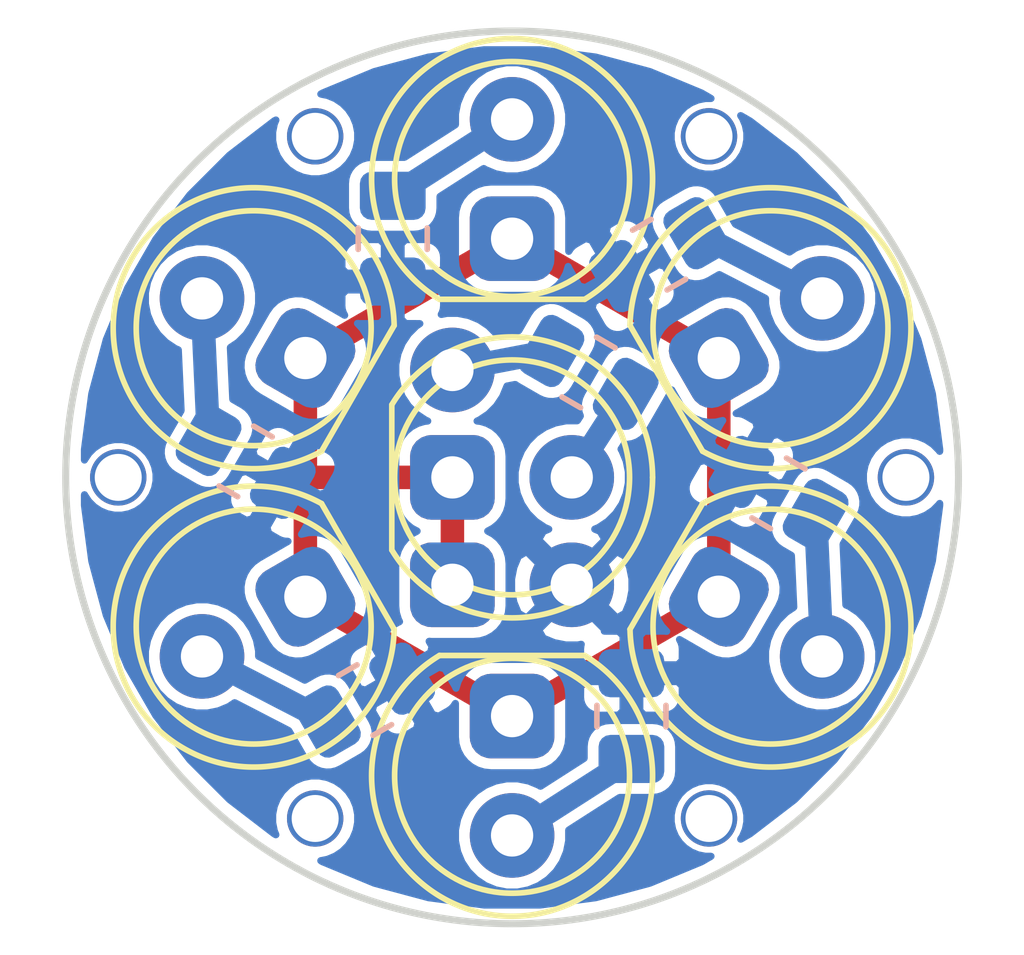
<source format=kicad_pcb>
(kicad_pcb (version 20171130) (host pcbnew "(5.1.8)-1")

  (general
    (thickness 1.6)
    (drawings 1)
    (tracks 24)
    (zones 0)
    (modules 17)
    (nets 11)
  )

  (page A4)
  (layers
    (0 F.Cu signal)
    (31 B.Cu signal)
    (32 B.Adhes user)
    (33 F.Adhes user)
    (34 B.Paste user)
    (35 F.Paste user)
    (36 B.SilkS user)
    (37 F.SilkS user)
    (38 B.Mask user)
    (39 F.Mask user)
    (40 Dwgs.User user)
    (41 Cmts.User user)
    (42 Eco1.User user)
    (43 Eco2.User user)
    (44 Edge.Cuts user)
    (45 Margin user)
    (46 B.CrtYd user)
    (47 F.CrtYd user)
    (48 B.Fab user)
    (49 F.Fab user)
  )

  (setup
    (last_trace_width 0.5)
    (trace_clearance 0.2)
    (zone_clearance 0.2286)
    (zone_45_only no)
    (trace_min 0.2)
    (via_size 0.8)
    (via_drill 0.4)
    (via_min_size 0.4)
    (via_min_drill 0.3)
    (uvia_size 0.3)
    (uvia_drill 0.1)
    (uvias_allowed no)
    (uvia_min_size 0.2)
    (uvia_min_drill 0.1)
    (edge_width 0.05)
    (segment_width 0.2)
    (pcb_text_width 0.3)
    (pcb_text_size 1.5 1.5)
    (mod_edge_width 0.12)
    (mod_text_size 1 1)
    (mod_text_width 0.15)
    (pad_size 1.8 1.8)
    (pad_drill 0.9)
    (pad_to_mask_clearance 0)
    (aux_axis_origin 0 0)
    (grid_origin 187.96 144.78)
    (visible_elements 7FFFFFFF)
    (pcbplotparams
      (layerselection 0x010fc_ffffffff)
      (usegerberextensions false)
      (usegerberattributes true)
      (usegerberadvancedattributes true)
      (creategerberjobfile true)
      (excludeedgelayer true)
      (linewidth 0.100000)
      (plotframeref false)
      (viasonmask false)
      (mode 1)
      (useauxorigin false)
      (hpglpennumber 1)
      (hpglpenspeed 20)
      (hpglpendiameter 15.000000)
      (psnegative false)
      (psa4output false)
      (plotreference true)
      (plotvalue true)
      (plotinvisibletext false)
      (padsonsilk false)
      (subtractmaskfromsilk false)
      (outputformat 1)
      (mirror false)
      (drillshape 1)
      (scaleselection 1)
      (outputdirectory ""))
  )

  (net 0 "")
  (net 1 "Net-(D1-Pad2)")
  (net 2 "Net-(D2-Pad2)")
  (net 3 "Net-(D3-Pad2)")
  (net 4 "Net-(D4-Pad2)")
  (net 5 "Net-(D5-Pad2)")
  (net 6 "Net-(D6-Pad2)")
  (net 7 "Net-(D7-Pad2)")
  (net 8 "Net-(J3-Pad1)")
  (net 9 /GND)
  (net 10 /COM)

  (net_class Default "This is the default net class."
    (clearance 0.2)
    (trace_width 0.5)
    (via_dia 0.8)
    (via_drill 0.4)
    (uvia_dia 0.3)
    (uvia_drill 0.1)
    (add_net /COM)
    (add_net /GND)
    (add_net "Net-(D1-Pad2)")
    (add_net "Net-(D2-Pad2)")
    (add_net "Net-(D3-Pad2)")
    (add_net "Net-(D4-Pad2)")
    (add_net "Net-(D5-Pad2)")
    (add_net "Net-(D6-Pad2)")
    (add_net "Net-(D7-Pad2)")
    (add_net "Net-(J3-Pad1)")
  )

  (module Resistor_SMD:R_0805_2012Metric (layer B.Cu) (tedit 5F68FEEE) (tstamp 5FC1A71D)
    (at 189.5875 142.54575 330)
    (descr "Resistor SMD 0805 (2012 Metric), square (rectangular) end terminal, IPC_7351 nominal, (Body size source: IPC-SM-782 page 72, https://www.pcb-3d.com/wordpress/wp-content/uploads/ipc-sm-782a_amendment_1_and_2.pdf), generated with kicad-footprint-generator")
    (tags resistor)
    (path /5FC2025C)
    (attr smd)
    (fp_text reference R7 (at 0 1.65 150) (layer B.SilkS) hide
      (effects (font (size 1 1) (thickness 0.15)) (justify mirror))
    )
    (fp_text value R_Small_US (at 0 -1.65 150) (layer B.Fab)
      (effects (font (size 1 1) (thickness 0.15)) (justify mirror))
    )
    (fp_line (start 1.68 -0.95) (end -1.68 -0.95) (layer B.CrtYd) (width 0.05))
    (fp_line (start 1.68 0.95) (end 1.68 -0.95) (layer B.CrtYd) (width 0.05))
    (fp_line (start -1.68 0.95) (end 1.68 0.95) (layer B.CrtYd) (width 0.05))
    (fp_line (start -1.68 -0.95) (end -1.68 0.95) (layer B.CrtYd) (width 0.05))
    (fp_line (start -0.227064 -0.735) (end 0.227064 -0.735) (layer B.SilkS) (width 0.12))
    (fp_line (start -0.227064 0.735) (end 0.227064 0.735) (layer B.SilkS) (width 0.12))
    (fp_line (start 1 -0.625) (end -1 -0.625) (layer B.Fab) (width 0.1))
    (fp_line (start 1 0.625) (end 1 -0.625) (layer B.Fab) (width 0.1))
    (fp_line (start -1 0.625) (end 1 0.625) (layer B.Fab) (width 0.1))
    (fp_line (start -1 -0.625) (end -1 0.625) (layer B.Fab) (width 0.1))
    (fp_text user %R (at 0 0 150) (layer B.Fab)
      (effects (font (size 0.5 0.5) (thickness 0.08)) (justify mirror))
    )
    (pad 2 smd roundrect (at 0.9125 0 330) (size 1.025 1.4) (layers B.Cu B.Paste B.Mask) (roundrect_rratio 0.243902)
      (net 1 "Net-(D1-Pad2)"))
    (pad 1 smd roundrect (at -0.9125 0 330) (size 1.025 1.4) (layers B.Cu B.Paste B.Mask) (roundrect_rratio 0.243902)
      (net 8 "Net-(J3-Pad1)"))
    (model ${KISYS3DMOD}/Resistor_SMD.3dshapes/R_0805_2012Metric.wrl
      (at (xyz 0 0 0))
      (scale (xyz 1 1 1))
      (rotate (xyz 0 0 0))
    )
  )

  (module Resistor_SMD:R_0805_2012Metric (layer B.Cu) (tedit 5F68FEEE) (tstamp 5FC13497)
    (at 193.629409 145.120296 330)
    (descr "Resistor SMD 0805 (2012 Metric), square (rectangular) end terminal, IPC_7351 nominal, (Body size source: IPC-SM-782 page 72, https://www.pcb-3d.com/wordpress/wp-content/uploads/ipc-sm-782a_amendment_1_and_2.pdf), generated with kicad-footprint-generator")
    (tags resistor)
    (path /5FC1DBFD)
    (attr smd)
    (fp_text reference R6 (at 0 1.65 150) (layer B.SilkS) hide
      (effects (font (size 1 1) (thickness 0.15)) (justify mirror))
    )
    (fp_text value R_Small_US (at 0 -1.65 150) (layer B.Fab)
      (effects (font (size 1 1) (thickness 0.15)) (justify mirror))
    )
    (fp_line (start 1.68 -0.95) (end -1.68 -0.95) (layer B.CrtYd) (width 0.05))
    (fp_line (start 1.68 0.95) (end 1.68 -0.95) (layer B.CrtYd) (width 0.05))
    (fp_line (start -1.68 0.95) (end 1.68 0.95) (layer B.CrtYd) (width 0.05))
    (fp_line (start -1.68 -0.95) (end -1.68 0.95) (layer B.CrtYd) (width 0.05))
    (fp_line (start -0.227064 -0.735) (end 0.227064 -0.735) (layer B.SilkS) (width 0.12))
    (fp_line (start -0.227064 0.735) (end 0.227064 0.735) (layer B.SilkS) (width 0.12))
    (fp_line (start 1 -0.625) (end -1 -0.625) (layer B.Fab) (width 0.1))
    (fp_line (start 1 0.625) (end 1 -0.625) (layer B.Fab) (width 0.1))
    (fp_line (start -1 0.625) (end 1 0.625) (layer B.Fab) (width 0.1))
    (fp_line (start -1 -0.625) (end -1 0.625) (layer B.Fab) (width 0.1))
    (fp_text user %R (at 0 0 150) (layer B.Fab)
      (effects (font (size 0.5 0.5) (thickness 0.08)) (justify mirror))
    )
    (pad 2 smd roundrect (at 0.9125 0 330) (size 1.025 1.4) (layers B.Cu B.Paste B.Mask) (roundrect_rratio 0.243902)
      (net 7 "Net-(D7-Pad2)"))
    (pad 1 smd roundrect (at -0.9125 0 330) (size 1.025 1.4) (layers B.Cu B.Paste B.Mask) (roundrect_rratio 0.243902)
      (net 10 /COM))
    (model ${KISYS3DMOD}/Resistor_SMD.3dshapes/R_0805_2012Metric.wrl
      (at (xyz 0 0 0))
      (scale (xyz 1 1 1))
      (rotate (xyz 0 0 0))
    )
  )

  (module Resistor_SMD:R_0805_2012Metric (layer B.Cu) (tedit 5F68FEEE) (tstamp 5FC11452)
    (at 191.08941 140.040296 30)
    (descr "Resistor SMD 0805 (2012 Metric), square (rectangular) end terminal, IPC_7351 nominal, (Body size source: IPC-SM-782 page 72, https://www.pcb-3d.com/wordpress/wp-content/uploads/ipc-sm-782a_amendment_1_and_2.pdf), generated with kicad-footprint-generator")
    (tags resistor)
    (path /5FC1E737)
    (attr smd)
    (fp_text reference R5 (at 0 1.65 30) (layer B.SilkS) hide
      (effects (font (size 1 1) (thickness 0.15)) (justify mirror))
    )
    (fp_text value R_Small_US (at 0 -1.65 30) (layer B.Fab)
      (effects (font (size 1 1) (thickness 0.15)) (justify mirror))
    )
    (fp_line (start 1.68 -0.95) (end -1.68 -0.95) (layer B.CrtYd) (width 0.05))
    (fp_line (start 1.68 0.95) (end 1.68 -0.95) (layer B.CrtYd) (width 0.05))
    (fp_line (start -1.68 0.95) (end 1.68 0.95) (layer B.CrtYd) (width 0.05))
    (fp_line (start -1.68 -0.95) (end -1.68 0.95) (layer B.CrtYd) (width 0.05))
    (fp_line (start -0.227064 -0.735) (end 0.227064 -0.735) (layer B.SilkS) (width 0.12))
    (fp_line (start -0.227064 0.735) (end 0.227064 0.735) (layer B.SilkS) (width 0.12))
    (fp_line (start 1 -0.625) (end -1 -0.625) (layer B.Fab) (width 0.1))
    (fp_line (start 1 0.625) (end 1 -0.625) (layer B.Fab) (width 0.1))
    (fp_line (start -1 0.625) (end 1 0.625) (layer B.Fab) (width 0.1))
    (fp_line (start -1 -0.625) (end -1 0.625) (layer B.Fab) (width 0.1))
    (fp_text user %R (at 0 0 30) (layer B.Fab)
      (effects (font (size 0.5 0.5) (thickness 0.08)) (justify mirror))
    )
    (pad 2 smd roundrect (at 0.9125 0 30) (size 1.025 1.4) (layers B.Cu B.Paste B.Mask) (roundrect_rratio 0.243902)
      (net 6 "Net-(D6-Pad2)"))
    (pad 1 smd roundrect (at -0.9125 0 30) (size 1.025 1.4) (layers B.Cu B.Paste B.Mask) (roundrect_rratio 0.243902)
      (net 10 /COM))
    (model ${KISYS3DMOD}/Resistor_SMD.3dshapes/R_0805_2012Metric.wrl
      (at (xyz 0 0 0))
      (scale (xyz 1 1 1))
      (rotate (xyz 0 0 0))
    )
  )

  (module Resistor_SMD:R_0805_2012Metric (layer B.Cu) (tedit 5F68FEEE) (tstamp 5FC11441)
    (at 185.42 139.7 90)
    (descr "Resistor SMD 0805 (2012 Metric), square (rectangular) end terminal, IPC_7351 nominal, (Body size source: IPC-SM-782 page 72, https://www.pcb-3d.com/wordpress/wp-content/uploads/ipc-sm-782a_amendment_1_and_2.pdf), generated with kicad-footprint-generator")
    (tags resistor)
    (path /5FC1EAC9)
    (attr smd)
    (fp_text reference R4 (at 0 1.65 90) (layer B.SilkS) hide
      (effects (font (size 1 1) (thickness 0.15)) (justify mirror))
    )
    (fp_text value R_Small_US (at 0 -1.65 90) (layer B.Fab)
      (effects (font (size 1 1) (thickness 0.15)) (justify mirror))
    )
    (fp_line (start 1.68 -0.95) (end -1.68 -0.95) (layer B.CrtYd) (width 0.05))
    (fp_line (start 1.68 0.95) (end 1.68 -0.95) (layer B.CrtYd) (width 0.05))
    (fp_line (start -1.68 0.95) (end 1.68 0.95) (layer B.CrtYd) (width 0.05))
    (fp_line (start -1.68 -0.95) (end -1.68 0.95) (layer B.CrtYd) (width 0.05))
    (fp_line (start -0.227064 -0.735) (end 0.227064 -0.735) (layer B.SilkS) (width 0.12))
    (fp_line (start -0.227064 0.735) (end 0.227064 0.735) (layer B.SilkS) (width 0.12))
    (fp_line (start 1 -0.625) (end -1 -0.625) (layer B.Fab) (width 0.1))
    (fp_line (start 1 0.625) (end 1 -0.625) (layer B.Fab) (width 0.1))
    (fp_line (start -1 0.625) (end 1 0.625) (layer B.Fab) (width 0.1))
    (fp_line (start -1 -0.625) (end -1 0.625) (layer B.Fab) (width 0.1))
    (fp_text user %R (at 0 0 90) (layer B.Fab)
      (effects (font (size 0.5 0.5) (thickness 0.08)) (justify mirror))
    )
    (pad 2 smd roundrect (at 0.9125 0 90) (size 1.025 1.4) (layers B.Cu B.Paste B.Mask) (roundrect_rratio 0.243902)
      (net 5 "Net-(D5-Pad2)"))
    (pad 1 smd roundrect (at -0.9125 0 90) (size 1.025 1.4) (layers B.Cu B.Paste B.Mask) (roundrect_rratio 0.243902)
      (net 10 /COM))
    (model ${KISYS3DMOD}/Resistor_SMD.3dshapes/R_0805_2012Metric.wrl
      (at (xyz 0 0 0))
      (scale (xyz 1 1 1))
      (rotate (xyz 0 0 0))
    )
  )

  (module Resistor_SMD:R_0805_2012Metric (layer B.Cu) (tedit 5F68FEEE) (tstamp 5FC11430)
    (at 182.290591 144.439705 150)
    (descr "Resistor SMD 0805 (2012 Metric), square (rectangular) end terminal, IPC_7351 nominal, (Body size source: IPC-SM-782 page 72, https://www.pcb-3d.com/wordpress/wp-content/uploads/ipc-sm-782a_amendment_1_and_2.pdf), generated with kicad-footprint-generator")
    (tags resistor)
    (path /5FC1F278)
    (attr smd)
    (fp_text reference R3 (at 0 1.65 150) (layer B.SilkS) hide
      (effects (font (size 1 1) (thickness 0.15)) (justify mirror))
    )
    (fp_text value R_Small_US (at 0 -1.65 150) (layer B.Fab)
      (effects (font (size 1 1) (thickness 0.15)) (justify mirror))
    )
    (fp_line (start 1.68 -0.95) (end -1.68 -0.95) (layer B.CrtYd) (width 0.05))
    (fp_line (start 1.68 0.95) (end 1.68 -0.95) (layer B.CrtYd) (width 0.05))
    (fp_line (start -1.68 0.95) (end 1.68 0.95) (layer B.CrtYd) (width 0.05))
    (fp_line (start -1.68 -0.95) (end -1.68 0.95) (layer B.CrtYd) (width 0.05))
    (fp_line (start -0.227064 -0.735) (end 0.227064 -0.735) (layer B.SilkS) (width 0.12))
    (fp_line (start -0.227064 0.735) (end 0.227064 0.735) (layer B.SilkS) (width 0.12))
    (fp_line (start 1 -0.625) (end -1 -0.625) (layer B.Fab) (width 0.1))
    (fp_line (start 1 0.625) (end 1 -0.625) (layer B.Fab) (width 0.1))
    (fp_line (start -1 0.625) (end 1 0.625) (layer B.Fab) (width 0.1))
    (fp_line (start -1 -0.625) (end -1 0.625) (layer B.Fab) (width 0.1))
    (fp_text user %R (at 0 0 150) (layer B.Fab)
      (effects (font (size 0.5 0.5) (thickness 0.08)) (justify mirror))
    )
    (pad 2 smd roundrect (at 0.9125 0 150) (size 1.025 1.4) (layers B.Cu B.Paste B.Mask) (roundrect_rratio 0.243902)
      (net 4 "Net-(D4-Pad2)"))
    (pad 1 smd roundrect (at -0.9125 0 150) (size 1.025 1.4) (layers B.Cu B.Paste B.Mask) (roundrect_rratio 0.243902)
      (net 10 /COM))
    (model ${KISYS3DMOD}/Resistor_SMD.3dshapes/R_0805_2012Metric.wrl
      (at (xyz 0 0 0))
      (scale (xyz 1 1 1))
      (rotate (xyz 0 0 0))
    )
  )

  (module Resistor_SMD:R_0805_2012Metric (layer B.Cu) (tedit 5F68FEEE) (tstamp 5FC1141F)
    (at 184.830591 149.519704 210)
    (descr "Resistor SMD 0805 (2012 Metric), square (rectangular) end terminal, IPC_7351 nominal, (Body size source: IPC-SM-782 page 72, https://www.pcb-3d.com/wordpress/wp-content/uploads/ipc-sm-782a_amendment_1_and_2.pdf), generated with kicad-footprint-generator")
    (tags resistor)
    (path /5FC1F62B)
    (attr smd)
    (fp_text reference R2 (at 0 1.65 30) (layer B.SilkS) hide
      (effects (font (size 1 1) (thickness 0.15)) (justify mirror))
    )
    (fp_text value R_Small_US (at 0 -1.65 30) (layer B.Fab)
      (effects (font (size 1 1) (thickness 0.15)) (justify mirror))
    )
    (fp_line (start 1.68 -0.95) (end -1.68 -0.95) (layer B.CrtYd) (width 0.05))
    (fp_line (start 1.68 0.95) (end 1.68 -0.95) (layer B.CrtYd) (width 0.05))
    (fp_line (start -1.68 0.95) (end 1.68 0.95) (layer B.CrtYd) (width 0.05))
    (fp_line (start -1.68 -0.95) (end -1.68 0.95) (layer B.CrtYd) (width 0.05))
    (fp_line (start -0.227064 -0.735) (end 0.227064 -0.735) (layer B.SilkS) (width 0.12))
    (fp_line (start -0.227064 0.735) (end 0.227064 0.735) (layer B.SilkS) (width 0.12))
    (fp_line (start 1 -0.625) (end -1 -0.625) (layer B.Fab) (width 0.1))
    (fp_line (start 1 0.625) (end 1 -0.625) (layer B.Fab) (width 0.1))
    (fp_line (start -1 0.625) (end 1 0.625) (layer B.Fab) (width 0.1))
    (fp_line (start -1 -0.625) (end -1 0.625) (layer B.Fab) (width 0.1))
    (fp_text user %R (at 0 0 30) (layer B.Fab)
      (effects (font (size 0.5 0.5) (thickness 0.08)) (justify mirror))
    )
    (pad 2 smd roundrect (at 0.9125 0 210) (size 1.025 1.4) (layers B.Cu B.Paste B.Mask) (roundrect_rratio 0.243902)
      (net 3 "Net-(D3-Pad2)"))
    (pad 1 smd roundrect (at -0.9125 0 210) (size 1.025 1.4) (layers B.Cu B.Paste B.Mask) (roundrect_rratio 0.243902)
      (net 10 /COM))
    (model ${KISYS3DMOD}/Resistor_SMD.3dshapes/R_0805_2012Metric.wrl
      (at (xyz 0 0 0))
      (scale (xyz 1 1 1))
      (rotate (xyz 0 0 0))
    )
  )

  (module Resistor_SMD:R_0805_2012Metric (layer B.Cu) (tedit 5F68FEEE) (tstamp 5FC1140E)
    (at 190.5 149.86 270)
    (descr "Resistor SMD 0805 (2012 Metric), square (rectangular) end terminal, IPC_7351 nominal, (Body size source: IPC-SM-782 page 72, https://www.pcb-3d.com/wordpress/wp-content/uploads/ipc-sm-782a_amendment_1_and_2.pdf), generated with kicad-footprint-generator")
    (tags resistor)
    (path /5FC1FE9F)
    (attr smd)
    (fp_text reference R1 (at 0 1.65 90) (layer B.SilkS) hide
      (effects (font (size 1 1) (thickness 0.15)) (justify mirror))
    )
    (fp_text value R_Small_US (at 0 -1.65 90) (layer B.Fab)
      (effects (font (size 1 1) (thickness 0.15)) (justify mirror))
    )
    (fp_line (start 1.68 -0.95) (end -1.68 -0.95) (layer B.CrtYd) (width 0.05))
    (fp_line (start 1.68 0.95) (end 1.68 -0.95) (layer B.CrtYd) (width 0.05))
    (fp_line (start -1.68 0.95) (end 1.68 0.95) (layer B.CrtYd) (width 0.05))
    (fp_line (start -1.68 -0.95) (end -1.68 0.95) (layer B.CrtYd) (width 0.05))
    (fp_line (start -0.227064 -0.735) (end 0.227064 -0.735) (layer B.SilkS) (width 0.12))
    (fp_line (start -0.227064 0.735) (end 0.227064 0.735) (layer B.SilkS) (width 0.12))
    (fp_line (start 1 -0.625) (end -1 -0.625) (layer B.Fab) (width 0.1))
    (fp_line (start 1 0.625) (end 1 -0.625) (layer B.Fab) (width 0.1))
    (fp_line (start -1 0.625) (end 1 0.625) (layer B.Fab) (width 0.1))
    (fp_line (start -1 -0.625) (end -1 0.625) (layer B.Fab) (width 0.1))
    (fp_text user %R (at 0 0 90) (layer B.Fab)
      (effects (font (size 0.5 0.5) (thickness 0.08)) (justify mirror))
    )
    (pad 2 smd roundrect (at 0.9125 0 270) (size 1.025 1.4) (layers B.Cu B.Paste B.Mask) (roundrect_rratio 0.243902)
      (net 2 "Net-(D2-Pad2)"))
    (pad 1 smd roundrect (at -0.9125 0 270) (size 1.025 1.4) (layers B.Cu B.Paste B.Mask) (roundrect_rratio 0.243902)
      (net 10 /COM))
    (model ${KISYS3DMOD}/Resistor_SMD.3dshapes/R_0805_2012Metric.wrl
      (at (xyz 0 0 0))
      (scale (xyz 1 1 1))
      (rotate (xyz 0 0 0))
    )
  )

  (module Connector_Wire:SolderWire-0.1sqmm_1x01_D0.4mm_OD1mm (layer F.Cu) (tedit 5FC0660D) (tstamp 5FC0C1F8)
    (at 189.23 147.066)
    (descr "Soldered wire connection, for a single 0.1 mm² wire, basic insulation, conductor diameter 0.4mm, outer diameter 1mm, size source Multi-Contact FLEXI-E 0.1 (https://ec.staubli.com/AcroFiles/Catalogues/TM_Cab-Main-11014119_(en)_hi.pdf), bend radius 3 times outer diameter, generated with kicad-footprint-generator")
    (tags "connector wire 0.1sqmm")
    (path /5FC0E2E8)
    (attr virtual)
    (fp_text reference J4 (at 0 -2.25) (layer F.SilkS) hide
      (effects (font (size 1 1) (thickness 0.15)))
    )
    (fp_text value Conn_01x01 (at 0 2.25) (layer F.Fab)
      (effects (font (size 1 1) (thickness 0.15)))
    )
    (fp_line (start 1.3 -1.3) (end -1.3 -1.3) (layer F.CrtYd) (width 0.05))
    (fp_line (start 1.3 1.3) (end 1.3 -1.3) (layer F.CrtYd) (width 0.05))
    (fp_line (start -1.3 1.3) (end 1.3 1.3) (layer F.CrtYd) (width 0.05))
    (fp_line (start -1.3 -1.3) (end -1.3 1.3) (layer F.CrtYd) (width 0.05))
    (fp_circle (center 0 0) (end 0.5 0) (layer F.Fab) (width 0.1))
    (fp_text user %R (at 0 0) (layer F.Fab)
      (effects (font (size 0.52 0.52) (thickness 0.08)))
    )
    (pad 1 thru_hole circle (at 0 0) (size 1.8 1.8) (drill 0.9) (layers *.Cu *.Mask)
      (net 10 /COM))
    (model ${KISYS3DMOD}/Connector_Wire.3dshapes/SolderWire-0.1sqmm_1x01_D0.4mm_OD1mm.wrl
      (at (xyz 0 0 0))
      (scale (xyz 1 1 1))
      (rotate (xyz 0 0 0))
    )
  )

  (module Connector_Wire:SolderWire-0.1sqmm_1x01_D0.4mm_OD1mm (layer F.Cu) (tedit 5FC06615) (tstamp 5FC1A4DF)
    (at 186.69 142.494)
    (descr "Soldered wire connection, for a single 0.1 mm² wire, basic insulation, conductor diameter 0.4mm, outer diameter 1mm, size source Multi-Contact FLEXI-E 0.1 (https://ec.staubli.com/AcroFiles/Catalogues/TM_Cab-Main-11014119_(en)_hi.pdf), bend radius 3 times outer diameter, generated with kicad-footprint-generator")
    (tags "connector wire 0.1sqmm")
    (path /5FC0F9F3)
    (attr virtual)
    (fp_text reference J3 (at 0 -2.25) (layer F.SilkS) hide
      (effects (font (size 1 1) (thickness 0.15)))
    )
    (fp_text value Conn_01x01 (at 0 2.25) (layer F.Fab)
      (effects (font (size 1 1) (thickness 0.15)))
    )
    (fp_line (start 1.3 -1.3) (end -1.3 -1.3) (layer F.CrtYd) (width 0.05))
    (fp_line (start 1.3 1.3) (end 1.3 -1.3) (layer F.CrtYd) (width 0.05))
    (fp_line (start -1.3 1.3) (end 1.3 1.3) (layer F.CrtYd) (width 0.05))
    (fp_line (start -1.3 -1.3) (end -1.3 1.3) (layer F.CrtYd) (width 0.05))
    (fp_circle (center 0 0) (end 0.5 0) (layer F.Fab) (width 0.1))
    (fp_text user %R (at 0 0) (layer F.Fab)
      (effects (font (size 0.52 0.52) (thickness 0.08)))
    )
    (pad 1 thru_hole circle (at 0 0) (size 1.8 1.8) (drill 0.9) (layers *.Cu *.Mask)
      (net 8 "Net-(J3-Pad1)"))
    (model ${KISYS3DMOD}/Connector_Wire.3dshapes/SolderWire-0.1sqmm_1x01_D0.4mm_OD1mm.wrl
      (at (xyz 0 0 0))
      (scale (xyz 1 1 1))
      (rotate (xyz 0 0 0))
    )
  )

  (module Connector_Wire:SolderWire-0.1sqmm_1x01_D0.4mm_OD1mm (layer F.Cu) (tedit 5FC065F5) (tstamp 5FC0D638)
    (at 186.69 147.066)
    (descr "Soldered wire connection, for a single 0.1 mm² wire, basic insulation, conductor diameter 0.4mm, outer diameter 1mm, size source Multi-Contact FLEXI-E 0.1 (https://ec.staubli.com/AcroFiles/Catalogues/TM_Cab-Main-11014119_(en)_hi.pdf), bend radius 3 times outer diameter, generated with kicad-footprint-generator")
    (tags "connector wire 0.1sqmm")
    (path /5FC0EA31)
    (attr virtual)
    (fp_text reference J2 (at 0 -2.25) (layer F.SilkS) hide
      (effects (font (size 1 1) (thickness 0.15)))
    )
    (fp_text value Conn_01x01 (at 0 2.25) (layer F.Fab)
      (effects (font (size 1 1) (thickness 0.15)))
    )
    (fp_line (start 1.3 -1.3) (end -1.3 -1.3) (layer F.CrtYd) (width 0.05))
    (fp_line (start 1.3 1.3) (end 1.3 -1.3) (layer F.CrtYd) (width 0.05))
    (fp_line (start -1.3 1.3) (end 1.3 1.3) (layer F.CrtYd) (width 0.05))
    (fp_line (start -1.3 -1.3) (end -1.3 1.3) (layer F.CrtYd) (width 0.05))
    (fp_circle (center 0 0) (end 0.5 0) (layer F.Fab) (width 0.1))
    (fp_text user %R (at 0 0) (layer F.Fab)
      (effects (font (size 0.52 0.52) (thickness 0.08)))
    )
    (pad 1 thru_hole roundrect (at 0 0) (size 1.8 1.8) (drill 0.9) (layers *.Cu *.Mask) (roundrect_rratio 0.25)
      (net 9 /GND))
    (model ${KISYS3DMOD}/Connector_Wire.3dshapes/SolderWire-0.1sqmm_1x01_D0.4mm_OD1mm.wrl
      (at (xyz 0 0 0))
      (scale (xyz 1 1 1))
      (rotate (xyz 0 0 0))
    )
  )

  (module LED_THT:LED_D5.0mm_IRGrey (layer F.Cu) (tedit 5FC0658A) (tstamp 5FC0D70A)
    (at 192.359409 147.32 330)
    (descr "LED, diameter 5.0mm, 2 pins, http://cdn-reichelt.de/documents/datenblatt/A500/LL-504BC2E-009.pdf")
    (tags "LED diameter 5.0mm 2 pins")
    (path /5FC08D88)
    (fp_text reference D7 (at 1.27 -3.96 150) (layer F.SilkS) hide
      (effects (font (size 1 1) (thickness 0.15)))
    )
    (fp_text value SFH4550 (at 1.27 3.96 150) (layer F.Fab)
      (effects (font (size 1 1) (thickness 0.15)))
    )
    (fp_circle (center 1.27 0) (end 3.77 0) (layer F.SilkS) (width 0.12))
    (fp_circle (center 1.27 0) (end 3.77 0) (layer F.Fab) (width 0.1))
    (fp_line (start 4.5 -3.25) (end -1.95 -3.25) (layer F.CrtYd) (width 0.05))
    (fp_line (start 4.5 3.25) (end 4.5 -3.25) (layer F.CrtYd) (width 0.05))
    (fp_line (start -1.95 3.25) (end 4.5 3.25) (layer F.CrtYd) (width 0.05))
    (fp_line (start -1.95 -3.25) (end -1.95 3.25) (layer F.CrtYd) (width 0.05))
    (fp_line (start -1.29 -1.545) (end -1.29 1.545) (layer F.SilkS) (width 0.12))
    (fp_line (start -1.23 -1.469694) (end -1.23 1.469694) (layer F.Fab) (width 0.1))
    (fp_arc (start 1.27 0) (end -1.29 1.54483) (angle -148.9) (layer F.SilkS) (width 0.12))
    (fp_arc (start 1.27 0) (end -1.29 -1.54483) (angle 148.9) (layer F.SilkS) (width 0.12))
    (fp_arc (start 1.27 0) (end -1.23 -1.469694) (angle 299.1) (layer F.Fab) (width 0.1))
    (fp_text user %R (at 1.25 0 150) (layer F.Fab)
      (effects (font (size 0.8 0.8) (thickness 0.2)))
    )
    (pad 2 thru_hole circle (at 2.54 0 330) (size 1.8 1.8) (drill 0.9) (layers *.Cu *.Mask)
      (net 7 "Net-(D7-Pad2)"))
    (pad 1 thru_hole roundrect (at 0 0 330) (size 1.8 1.8) (drill 0.9) (layers *.Cu *.Mask) (roundrect_rratio 0.25)
      (net 9 /GND))
    (model ${KISYS3DMOD}/LED_THT.3dshapes/LED_D5.0mm_IRGrey.wrl
      (at (xyz 0 0 0))
      (scale (xyz 1 1 1))
      (rotate (xyz 0 0 0))
    )
  )

  (module LED_THT:LED_D5.0mm_IRGrey (layer F.Cu) (tedit 5FC0659D) (tstamp 5FC0D6A4)
    (at 192.359409 142.24 30)
    (descr "LED, diameter 5.0mm, 2 pins, http://cdn-reichelt.de/documents/datenblatt/A500/LL-504BC2E-009.pdf")
    (tags "LED diameter 5.0mm 2 pins")
    (path /5FC08461)
    (fp_text reference D6 (at 1.27 -3.96 30) (layer F.SilkS) hide
      (effects (font (size 1 1) (thickness 0.15)))
    )
    (fp_text value SFH4550 (at 1.27 3.96 30) (layer F.Fab)
      (effects (font (size 1 1) (thickness 0.15)))
    )
    (fp_circle (center 1.27 0) (end 3.77 0) (layer F.SilkS) (width 0.12))
    (fp_circle (center 1.27 0) (end 3.77 0) (layer F.Fab) (width 0.1))
    (fp_line (start 4.5 -3.25) (end -1.95 -3.25) (layer F.CrtYd) (width 0.05))
    (fp_line (start 4.5 3.25) (end 4.5 -3.25) (layer F.CrtYd) (width 0.05))
    (fp_line (start -1.95 3.25) (end 4.5 3.25) (layer F.CrtYd) (width 0.05))
    (fp_line (start -1.95 -3.25) (end -1.95 3.25) (layer F.CrtYd) (width 0.05))
    (fp_line (start -1.29 -1.545) (end -1.29 1.545) (layer F.SilkS) (width 0.12))
    (fp_line (start -1.23 -1.469694) (end -1.23 1.469694) (layer F.Fab) (width 0.1))
    (fp_arc (start 1.27 0) (end -1.29 1.54483) (angle -148.9) (layer F.SilkS) (width 0.12))
    (fp_arc (start 1.27 0) (end -1.29 -1.54483) (angle 148.9) (layer F.SilkS) (width 0.12))
    (fp_arc (start 1.27 0) (end -1.23 -1.469694) (angle 299.1) (layer F.Fab) (width 0.1))
    (fp_text user %R (at 1.25 0 30) (layer F.Fab)
      (effects (font (size 0.8 0.8) (thickness 0.2)))
    )
    (pad 2 thru_hole circle (at 2.54 0 30) (size 1.8 1.8) (drill 0.9) (layers *.Cu *.Mask)
      (net 6 "Net-(D6-Pad2)"))
    (pad 1 thru_hole roundrect (at 0 0 30) (size 1.8 1.8) (drill 0.9) (layers *.Cu *.Mask) (roundrect_rratio 0.25)
      (net 9 /GND))
    (model ${KISYS3DMOD}/LED_THT.3dshapes/LED_D5.0mm_IRGrey.wrl
      (at (xyz 0 0 0))
      (scale (xyz 1 1 1))
      (rotate (xyz 0 0 0))
    )
  )

  (module LED_THT:LED_D5.0mm_IRGrey (layer F.Cu) (tedit 5FC06594) (tstamp 5FC0D671)
    (at 187.96 139.7 90)
    (descr "LED, diameter 5.0mm, 2 pins, http://cdn-reichelt.de/documents/datenblatt/A500/LL-504BC2E-009.pdf")
    (tags "LED diameter 5.0mm 2 pins")
    (path /5FC07BF8)
    (fp_text reference D5 (at 1.27 -3.96 90) (layer F.SilkS) hide
      (effects (font (size 1 1) (thickness 0.15)))
    )
    (fp_text value SFH4550 (at 1.27 3.96 90) (layer F.Fab)
      (effects (font (size 1 1) (thickness 0.15)))
    )
    (fp_circle (center 1.27 0) (end 3.77 0) (layer F.SilkS) (width 0.12))
    (fp_circle (center 1.27 0) (end 3.77 0) (layer F.Fab) (width 0.1))
    (fp_line (start 4.5 -3.25) (end -1.95 -3.25) (layer F.CrtYd) (width 0.05))
    (fp_line (start 4.5 3.25) (end 4.5 -3.25) (layer F.CrtYd) (width 0.05))
    (fp_line (start -1.95 3.25) (end 4.5 3.25) (layer F.CrtYd) (width 0.05))
    (fp_line (start -1.95 -3.25) (end -1.95 3.25) (layer F.CrtYd) (width 0.05))
    (fp_line (start -1.29 -1.545) (end -1.29 1.545) (layer F.SilkS) (width 0.12))
    (fp_line (start -1.23 -1.469694) (end -1.23 1.469694) (layer F.Fab) (width 0.1))
    (fp_arc (start 1.27 0) (end -1.29 1.54483) (angle -148.9) (layer F.SilkS) (width 0.12))
    (fp_arc (start 1.27 0) (end -1.29 -1.54483) (angle 148.9) (layer F.SilkS) (width 0.12))
    (fp_arc (start 1.27 0) (end -1.23 -1.469694) (angle 299.1) (layer F.Fab) (width 0.1))
    (fp_text user %R (at 1.25 0 90) (layer F.Fab)
      (effects (font (size 0.8 0.8) (thickness 0.2)))
    )
    (pad 2 thru_hole circle (at 2.54 0 90) (size 1.8 1.8) (drill 0.9) (layers *.Cu *.Mask)
      (net 5 "Net-(D5-Pad2)"))
    (pad 1 thru_hole roundrect (at 0 0 90) (size 1.8 1.8) (drill 0.9) (layers *.Cu *.Mask) (roundrect_rratio 0.25)
      (net 9 /GND))
    (model ${KISYS3DMOD}/LED_THT.3dshapes/LED_D5.0mm_IRGrey.wrl
      (at (xyz 0 0 0))
      (scale (xyz 1 1 1))
      (rotate (xyz 0 0 0))
    )
  )

  (module LED_THT:LED_D5.0mm_IRGrey (layer F.Cu) (tedit 5FC06574) (tstamp 5FC0D6D7)
    (at 183.560591 142.240001 150)
    (descr "LED, diameter 5.0mm, 2 pins, http://cdn-reichelt.de/documents/datenblatt/A500/LL-504BC2E-009.pdf")
    (tags "LED diameter 5.0mm 2 pins")
    (path /5FC07621)
    (fp_text reference D4 (at 1.27 -3.96 150) (layer F.SilkS) hide
      (effects (font (size 1 1) (thickness 0.15)))
    )
    (fp_text value SFH4550 (at 1.27 3.96 150) (layer F.Fab)
      (effects (font (size 1 1) (thickness 0.15)))
    )
    (fp_circle (center 1.27 0) (end 3.77 0) (layer F.SilkS) (width 0.12))
    (fp_circle (center 1.27 0) (end 3.77 0) (layer F.Fab) (width 0.1))
    (fp_line (start 4.5 -3.25) (end -1.95 -3.25) (layer F.CrtYd) (width 0.05))
    (fp_line (start 4.5 3.25) (end 4.5 -3.25) (layer F.CrtYd) (width 0.05))
    (fp_line (start -1.95 3.25) (end 4.5 3.25) (layer F.CrtYd) (width 0.05))
    (fp_line (start -1.95 -3.25) (end -1.95 3.25) (layer F.CrtYd) (width 0.05))
    (fp_line (start -1.29 -1.545) (end -1.29 1.545) (layer F.SilkS) (width 0.12))
    (fp_line (start -1.23 -1.469694) (end -1.23 1.469694) (layer F.Fab) (width 0.1))
    (fp_arc (start 1.27 0) (end -1.29 1.54483) (angle -148.9) (layer F.SilkS) (width 0.12))
    (fp_arc (start 1.27 0) (end -1.29 -1.54483) (angle 148.9) (layer F.SilkS) (width 0.12))
    (fp_arc (start 1.27 0) (end -1.23 -1.469694) (angle 299.1) (layer F.Fab) (width 0.1))
    (fp_text user %R (at 1.25 0 150) (layer F.Fab)
      (effects (font (size 0.8 0.8) (thickness 0.2)))
    )
    (pad 2 thru_hole circle (at 2.54 0 150) (size 1.8 1.8) (drill 0.9) (layers *.Cu *.Mask)
      (net 4 "Net-(D4-Pad2)"))
    (pad 1 thru_hole roundrect (at 0 0 150) (size 1.8 1.8) (drill 0.9) (layers *.Cu *.Mask) (roundrect_rratio 0.25)
      (net 9 /GND))
    (model ${KISYS3DMOD}/LED_THT.3dshapes/LED_D5.0mm_IRGrey.wrl
      (at (xyz 0 0 0))
      (scale (xyz 1 1 1))
      (rotate (xyz 0 0 0))
    )
  )

  (module LED_THT:LED_D5.0mm_IRGrey (layer F.Cu) (tedit 5FC0657F) (tstamp 5FC0D63E)
    (at 183.560591 147.32 210)
    (descr "LED, diameter 5.0mm, 2 pins, http://cdn-reichelt.de/documents/datenblatt/A500/LL-504BC2E-009.pdf")
    (tags "LED diameter 5.0mm 2 pins")
    (path /5FC065C2)
    (fp_text reference D3 (at 1.27 -3.96 30) (layer F.SilkS) hide
      (effects (font (size 1 1) (thickness 0.15)))
    )
    (fp_text value SFH4550 (at 1.27 3.96 30) (layer F.Fab)
      (effects (font (size 1 1) (thickness 0.15)))
    )
    (fp_circle (center 1.27 0) (end 3.77 0) (layer F.SilkS) (width 0.12))
    (fp_circle (center 1.27 0) (end 3.77 0) (layer F.Fab) (width 0.1))
    (fp_line (start 4.5 -3.25) (end -1.95 -3.25) (layer F.CrtYd) (width 0.05))
    (fp_line (start 4.5 3.25) (end 4.5 -3.25) (layer F.CrtYd) (width 0.05))
    (fp_line (start -1.95 3.25) (end 4.5 3.25) (layer F.CrtYd) (width 0.05))
    (fp_line (start -1.95 -3.25) (end -1.95 3.25) (layer F.CrtYd) (width 0.05))
    (fp_line (start -1.29 -1.545) (end -1.29 1.545) (layer F.SilkS) (width 0.12))
    (fp_line (start -1.23 -1.469694) (end -1.23 1.469694) (layer F.Fab) (width 0.1))
    (fp_arc (start 1.27 0) (end -1.29 1.54483) (angle -148.9) (layer F.SilkS) (width 0.12))
    (fp_arc (start 1.27 0) (end -1.29 -1.54483) (angle 148.9) (layer F.SilkS) (width 0.12))
    (fp_arc (start 1.27 0) (end -1.23 -1.469694) (angle 299.1) (layer F.Fab) (width 0.1))
    (fp_text user %R (at 1.25 0 30) (layer F.Fab)
      (effects (font (size 0.8 0.8) (thickness 0.2)))
    )
    (pad 2 thru_hole circle (at 2.54 0 210) (size 1.8 1.8) (drill 0.9) (layers *.Cu *.Mask)
      (net 3 "Net-(D3-Pad2)"))
    (pad 1 thru_hole roundrect (at 0 0 210) (size 1.8 1.8) (drill 0.9) (layers *.Cu *.Mask) (roundrect_rratio 0.25)
      (net 9 /GND))
    (model ${KISYS3DMOD}/LED_THT.3dshapes/LED_D5.0mm_IRGrey.wrl
      (at (xyz 0 0 0))
      (scale (xyz 1 1 1))
      (rotate (xyz 0 0 0))
    )
  )

  (module LED_THT:LED_D5.0mm_IRGrey (layer F.Cu) (tedit 5FC06585) (tstamp 5FC0D60B)
    (at 187.96 149.86 270)
    (descr "LED, diameter 5.0mm, 2 pins, http://cdn-reichelt.de/documents/datenblatt/A500/LL-504BC2E-009.pdf")
    (tags "LED diameter 5.0mm 2 pins")
    (path /5FC0609B)
    (fp_text reference D2 (at 1.27 -3.96 90) (layer F.SilkS) hide
      (effects (font (size 1 1) (thickness 0.15)))
    )
    (fp_text value SFH4550 (at 1.27 3.96 90) (layer F.Fab)
      (effects (font (size 1 1) (thickness 0.15)))
    )
    (fp_circle (center 1.27 0) (end 3.77 0) (layer F.SilkS) (width 0.12))
    (fp_circle (center 1.27 0) (end 3.77 0) (layer F.Fab) (width 0.1))
    (fp_line (start 4.5 -3.25) (end -1.95 -3.25) (layer F.CrtYd) (width 0.05))
    (fp_line (start 4.5 3.25) (end 4.5 -3.25) (layer F.CrtYd) (width 0.05))
    (fp_line (start -1.95 3.25) (end 4.5 3.25) (layer F.CrtYd) (width 0.05))
    (fp_line (start -1.95 -3.25) (end -1.95 3.25) (layer F.CrtYd) (width 0.05))
    (fp_line (start -1.29 -1.545) (end -1.29 1.545) (layer F.SilkS) (width 0.12))
    (fp_line (start -1.23 -1.469694) (end -1.23 1.469694) (layer F.Fab) (width 0.1))
    (fp_arc (start 1.27 0) (end -1.29 1.54483) (angle -148.9) (layer F.SilkS) (width 0.12))
    (fp_arc (start 1.27 0) (end -1.29 -1.54483) (angle 148.9) (layer F.SilkS) (width 0.12))
    (fp_arc (start 1.27 0) (end -1.23 -1.469694) (angle 299.1) (layer F.Fab) (width 0.1))
    (fp_text user %R (at 1.25 0 90) (layer F.Fab)
      (effects (font (size 0.8 0.8) (thickness 0.2)))
    )
    (pad 2 thru_hole circle (at 2.54 0 270) (size 1.8 1.8) (drill 0.9) (layers *.Cu *.Mask)
      (net 2 "Net-(D2-Pad2)"))
    (pad 1 thru_hole roundrect (at 0 0 270) (size 1.8 1.8) (drill 0.9) (layers *.Cu *.Mask) (roundrect_rratio 0.25)
      (net 9 /GND))
    (model ${KISYS3DMOD}/LED_THT.3dshapes/LED_D5.0mm_IRGrey.wrl
      (at (xyz 0 0 0))
      (scale (xyz 1 1 1))
      (rotate (xyz 0 0 0))
    )
  )

  (module LED_THT:LED_D5.0mm_IRGrey (layer F.Cu) (tedit 5FC065CA) (tstamp 5FC1A427)
    (at 186.69 144.78)
    (descr "LED, diameter 5.0mm, 2 pins, http://cdn-reichelt.de/documents/datenblatt/A500/LL-504BC2E-009.pdf")
    (tags "LED diameter 5.0mm 2 pins")
    (path /5FC05B0F)
    (fp_text reference D1 (at 1.27 -3.96) (layer F.SilkS) hide
      (effects (font (size 1 1) (thickness 0.15)))
    )
    (fp_text value SFH4550 (at 1.27 3.96) (layer F.Fab)
      (effects (font (size 1 1) (thickness 0.15)))
    )
    (fp_circle (center 1.27 0) (end 3.77 0) (layer F.SilkS) (width 0.12))
    (fp_circle (center 1.27 0) (end 3.77 0) (layer F.Fab) (width 0.1))
    (fp_line (start 4.5 -3.25) (end -1.95 -3.25) (layer F.CrtYd) (width 0.05))
    (fp_line (start 4.5 3.25) (end 4.5 -3.25) (layer F.CrtYd) (width 0.05))
    (fp_line (start -1.95 3.25) (end 4.5 3.25) (layer F.CrtYd) (width 0.05))
    (fp_line (start -1.95 -3.25) (end -1.95 3.25) (layer F.CrtYd) (width 0.05))
    (fp_line (start -1.29 -1.545) (end -1.29 1.545) (layer F.SilkS) (width 0.12))
    (fp_line (start -1.23 -1.469694) (end -1.23 1.469694) (layer F.Fab) (width 0.1))
    (fp_arc (start 1.27 0) (end -1.29 1.54483) (angle -148.9) (layer F.SilkS) (width 0.12))
    (fp_arc (start 1.27 0) (end -1.29 -1.54483) (angle 148.9) (layer F.SilkS) (width 0.12))
    (fp_arc (start 1.27 0) (end -1.23 -1.469694) (angle 299.1) (layer F.Fab) (width 0.1))
    (fp_text user %R (at 1.25 0) (layer F.Fab)
      (effects (font (size 0.8 0.8) (thickness 0.2)))
    )
    (pad 2 thru_hole circle (at 2.54 0) (size 1.8 1.8) (drill 0.9) (layers *.Cu *.Mask)
      (net 1 "Net-(D1-Pad2)"))
    (pad 1 thru_hole roundrect (at 0 0) (size 1.8 1.8) (drill 0.9) (layers *.Cu *.Mask) (roundrect_rratio 0.25)
      (net 9 /GND))
    (model ${KISYS3DMOD}/LED_THT.3dshapes/LED_D5.0mm_IRGrey.wrl
      (at (xyz 0 0 0))
      (scale (xyz 1 1 1))
      (rotate (xyz 0 0 0))
    )
  )

  (gr_circle (center 187.96 144.78) (end 197.46 144.78) (layer Edge.Cuts) (width 0.15))

  (via (at 192.151 152.039024) (size 1.2) (drill 1) (layers F.Cu B.Cu) (net 0) (tstamp 5FC0D8E3))
  (via (at 183.769001 152.039024) (size 1.2) (drill 1) (layers F.Cu B.Cu) (net 0) (tstamp 5FC0D778))
  (via (at 179.578 144.78) (size 1.2) (drill 1) (layers F.Cu B.Cu) (net 0) (tstamp 5FC0D7C0))
  (via (at 196.342 144.78) (size 1.2) (drill 1) (layers F.Cu B.Cu) (net 0) (tstamp 5FC0D7C1))
  (via (at 183.769001 137.520976) (size 1.2) (drill 1) (layers F.Cu B.Cu) (net 0) (tstamp 5FC0D93E))
  (via (at 192.151 137.520976) (size 1.2) (drill 1) (layers F.Cu B.Cu) (net 0) (tstamp 5FC0D942))
  (segment (start 189.23 144.78) (end 190.377748 143.002) (width 0.5) (layer B.Cu) (net 1))
  (segment (start 190.5 150.7725) (end 187.96 152.4) (width 0.5) (layer B.Cu) (net 2))
  (segment (start 184.040343 149.975954) (end 181.360886 148.59) (width 0.5) (layer B.Cu) (net 3))
  (segment (start 181.500343 143.983455) (end 181.360886 140.970001) (width 0.5) (layer B.Cu) (net 4))
  (segment (start 185.42 138.7875) (end 187.96 137.16) (width 0.5) (layer B.Cu) (net 5))
  (segment (start 191.879658 139.584046) (end 194.559114 140.97) (width 0.5) (layer B.Cu) (net 6))
  (segment (start 194.419657 145.576546) (end 194.559114 148.59) (width 0.5) (layer B.Cu) (net 7))
  (segment (start 188.797252 142.0895) (end 186.69 142.494) (width 0.5) (layer B.Cu) (net 8))
  (segment (start 192.359409 142.24) (end 192.359409 147.32) (width 0.5) (layer F.Cu) (net 9))
  (segment (start 192.359409 142.24) (end 187.96 139.7) (width 0.5) (layer F.Cu) (net 9))
  (segment (start 187.96 139.7) (end 183.560591 142.240001) (width 0.5) (layer F.Cu) (net 9))
  (segment (start 183.560591 147.32) (end 187.96 149.86) (width 0.5) (layer F.Cu) (net 9))
  (segment (start 187.96 149.86) (end 192.359409 147.32) (width 0.5) (layer F.Cu) (net 9))
  (segment (start 186.69 144.78) (end 186.69 147.066) (width 0.5) (layer F.Cu) (net 9))
  (segment (start 183.642 144.78) (end 183.560591 144.861409) (width 0.5) (layer F.Cu) (net 9))
  (segment (start 186.69 144.78) (end 183.642 144.78) (width 0.5) (layer F.Cu) (net 9))
  (segment (start 183.560591 144.861409) (end 183.560591 147.32) (width 0.5) (layer F.Cu) (net 9))
  (segment (start 183.560591 142.240001) (end 183.560591 144.861409) (width 0.5) (layer F.Cu) (net 9))

  (zone (net 10) (net_name /COM) (layer B.Cu) (tstamp 0) (hatch edge 0.508)
    (connect_pads (clearance 0.2286))
    (min_thickness 0.1524)
    (fill yes (arc_segments 32) (thermal_gap 0.3048) (thermal_bridge_width 0.508))
    (polygon
      (pts
        (xy 198.12 154.94) (xy 177.8 154.94) (xy 177.8 134.62) (xy 198.12 134.62)
      )
    )
    (filled_polygon
      (pts
        (xy 189.739263 135.835042) (xy 190.891592 136.143808) (xy 191.993761 136.600341) (xy 192.194393 136.716176) (xy 192.071734 136.716176)
        (xy 191.916249 136.747104) (xy 191.769784 136.807772) (xy 191.63797 136.895847) (xy 191.525871 137.007946) (xy 191.437796 137.13976)
        (xy 191.377128 137.286225) (xy 191.3462 137.44171) (xy 191.3462 137.600242) (xy 191.377128 137.755727) (xy 191.437796 137.902192)
        (xy 191.525871 138.034006) (xy 191.63797 138.146105) (xy 191.769784 138.23418) (xy 191.916249 138.294848) (xy 192.071734 138.325776)
        (xy 192.230266 138.325776) (xy 192.385751 138.294848) (xy 192.532216 138.23418) (xy 192.66403 138.146105) (xy 192.776129 138.034006)
        (xy 192.864204 137.902192) (xy 192.924872 137.755727) (xy 192.9558 137.600242) (xy 192.9558 137.44171) (xy 192.924872 137.286225)
        (xy 192.864204 137.13976) (xy 192.824097 137.079736) (xy 193.026912 137.196831) (xy 193.973366 137.923071) (xy 194.816929 138.766634)
        (xy 195.543169 139.713088) (xy 196.139659 140.746239) (xy 196.596192 141.848408) (xy 196.904958 143.000737) (xy 197.060673 144.18351)
        (xy 197.060673 144.226974) (xy 197.044804 144.203224) (xy 196.918776 144.077196) (xy 196.770584 143.978177) (xy 196.60592 143.909971)
        (xy 196.431115 143.8752) (xy 196.252885 143.8752) (xy 196.07808 143.909971) (xy 195.913416 143.978177) (xy 195.765224 144.077196)
        (xy 195.639196 144.203224) (xy 195.540177 144.351416) (xy 195.471971 144.51608) (xy 195.4372 144.690885) (xy 195.4372 144.869115)
        (xy 195.471971 145.04392) (xy 195.540177 145.208584) (xy 195.639196 145.356776) (xy 195.765224 145.482804) (xy 195.913416 145.581823)
        (xy 196.07808 145.650029) (xy 196.252885 145.6848) (xy 196.431115 145.6848) (xy 196.60592 145.650029) (xy 196.770584 145.581823)
        (xy 196.918776 145.482804) (xy 197.044804 145.356776) (xy 197.060673 145.333026) (xy 197.060673 145.37649) (xy 196.904958 146.559263)
        (xy 196.596192 147.711592) (xy 196.139659 148.813761) (xy 195.543169 149.846912) (xy 194.816929 150.793366) (xy 193.973366 151.636929)
        (xy 193.026912 152.363169) (xy 192.824097 152.480264) (xy 192.864204 152.42024) (xy 192.924872 152.273775) (xy 192.9558 152.11829)
        (xy 192.9558 151.959758) (xy 192.924872 151.804273) (xy 192.864204 151.657808) (xy 192.776129 151.525994) (xy 192.66403 151.413895)
        (xy 192.532216 151.32582) (xy 192.385751 151.265152) (xy 192.230266 151.234224) (xy 192.071734 151.234224) (xy 191.916249 151.265152)
        (xy 191.769784 151.32582) (xy 191.63797 151.413895) (xy 191.525871 151.525994) (xy 191.437796 151.657808) (xy 191.377128 151.804273)
        (xy 191.3462 151.959758) (xy 191.3462 152.11829) (xy 191.377128 152.273775) (xy 191.437796 152.42024) (xy 191.525871 152.552054)
        (xy 191.63797 152.664153) (xy 191.769784 152.752228) (xy 191.916249 152.812896) (xy 192.071734 152.843824) (xy 192.194393 152.843824)
        (xy 191.993761 152.959659) (xy 190.891592 153.416192) (xy 189.739263 153.724958) (xy 188.55649 153.880673) (xy 187.36351 153.880673)
        (xy 186.180737 153.724958) (xy 185.028408 153.416192) (xy 183.926239 152.959659) (xy 183.888384 152.937803) (xy 184.032921 152.909053)
        (xy 184.197585 152.840847) (xy 184.345777 152.741828) (xy 184.471805 152.6158) (xy 184.570824 152.467608) (xy 184.63903 152.302944)
        (xy 184.643327 152.281338) (xy 186.7552 152.281338) (xy 186.7552 152.518662) (xy 186.801499 152.751427) (xy 186.89232 152.970687)
        (xy 187.02417 153.168016) (xy 187.191984 153.33583) (xy 187.389313 153.46768) (xy 187.608573 153.558501) (xy 187.841338 153.6048)
        (xy 188.078662 153.6048) (xy 188.311427 153.558501) (xy 188.530687 153.46768) (xy 188.728016 153.33583) (xy 188.89583 153.168016)
        (xy 189.02768 152.970687) (xy 189.118501 152.751427) (xy 189.1648 152.518662) (xy 189.1648 152.286945) (xy 190.250518 151.591274)
        (xy 190.950001 151.591274) (xy 191.058524 151.580585) (xy 191.162877 151.54893) (xy 191.25905 151.497525) (xy 191.343345 151.428345)
        (xy 191.412525 151.34405) (xy 191.46393 151.247877) (xy 191.495585 151.143524) (xy 191.506274 151.035001) (xy 191.506274 150.509999)
        (xy 191.495585 150.401476) (xy 191.46393 150.297123) (xy 191.412525 150.20095) (xy 191.343345 150.116655) (xy 191.25905 150.047475)
        (xy 191.162877 149.99607) (xy 191.058524 149.964415) (xy 190.950001 149.953726) (xy 190.049999 149.953726) (xy 189.941476 149.964415)
        (xy 189.837123 149.99607) (xy 189.74095 150.047475) (xy 189.656655 150.116655) (xy 189.587475 150.20095) (xy 189.53607 150.297123)
        (xy 189.504415 150.401476) (xy 189.493726 150.509999) (xy 189.493726 150.75835) (xy 188.563611 151.354319) (xy 188.530687 151.33232)
        (xy 188.311427 151.241499) (xy 188.078662 151.1952) (xy 187.841338 151.1952) (xy 187.608573 151.241499) (xy 187.389313 151.33232)
        (xy 187.191984 151.46417) (xy 187.02417 151.631984) (xy 186.89232 151.829313) (xy 186.801499 152.048573) (xy 186.7552 152.281338)
        (xy 184.643327 152.281338) (xy 184.673801 152.128139) (xy 184.673801 151.949909) (xy 184.63903 151.775104) (xy 184.570824 151.61044)
        (xy 184.471805 151.462248) (xy 184.345777 151.33622) (xy 184.197585 151.237201) (xy 184.032921 151.168995) (xy 183.858116 151.134224)
        (xy 183.679886 151.134224) (xy 183.505081 151.168995) (xy 183.340417 151.237201) (xy 183.192225 151.33622) (xy 183.066197 151.462248)
        (xy 182.967178 151.61044) (xy 182.898972 151.775104) (xy 182.864201 151.949909) (xy 182.864201 152.128139) (xy 182.898972 152.302944)
        (xy 182.933608 152.386563) (xy 182.893088 152.363169) (xy 181.946634 151.636929) (xy 181.103071 150.793366) (xy 180.376831 149.846912)
        (xy 179.780341 148.813761) (xy 179.638505 148.471338) (xy 180.156086 148.471338) (xy 180.156086 148.708662) (xy 180.202385 148.941427)
        (xy 180.293206 149.160687) (xy 180.425056 149.358016) (xy 180.59287 149.52583) (xy 180.790199 149.65768) (xy 181.009459 149.748501)
        (xy 181.242224 149.7948) (xy 181.479548 149.7948) (xy 181.712313 149.748501) (xy 181.931573 149.65768) (xy 182.056311 149.574334)
        (xy 183.206523 150.169283) (xy 183.556264 150.775053) (xy 183.619783 150.863693) (xy 183.699373 150.938238) (xy 183.791978 150.995823)
        (xy 183.894037 151.034235) (xy 184.001629 151.051999) (xy 184.110619 151.048431) (xy 184.216819 151.023669) (xy 184.316148 150.978664)
        (xy 184.770813 150.716163) (xy 184.859452 150.652644) (xy 184.933997 150.573054) (xy 184.991582 150.480449) (xy 185.029994 150.37839)
        (xy 185.047758 150.270798) (xy 185.04419 150.161808) (xy 185.019428 150.055608) (xy 184.974423 149.95628) (xy 184.853406 149.746672)
        (xy 184.98357 149.746672) (xy 185.195449 150.117343) (xy 185.239164 150.178348) (xy 185.293941 150.229652) (xy 185.357674 150.269283)
        (xy 185.427914 150.29572) (xy 185.501962 150.307945) (xy 185.576972 150.30549) (xy 185.650062 150.288448) (xy 185.718422 150.257474)
        (xy 185.924871 150.136152) (xy 185.959735 150.006039) (xy 185.55576 149.306333) (xy 185.018434 149.616558) (xy 184.98357 149.746672)
        (xy 184.853406 149.746672) (xy 184.524422 149.176855) (xy 184.460903 149.088215) (xy 184.381313 149.01367) (xy 184.288708 148.956085)
        (xy 184.186649 148.917673) (xy 184.079057 148.899909) (xy 183.970067 148.903477) (xy 183.863867 148.928239) (xy 183.764538 148.973244)
        (xy 183.54946 149.097419) (xy 182.565686 148.588561) (xy 182.565686 148.471338) (xy 182.519387 148.238573) (xy 182.428566 148.019313)
        (xy 182.296716 147.821984) (xy 182.128902 147.65417) (xy 181.931573 147.52232) (xy 181.712313 147.431499) (xy 181.479548 147.3852)
        (xy 181.242224 147.3852) (xy 181.009459 147.431499) (xy 180.790199 147.52232) (xy 180.59287 147.65417) (xy 180.425056 147.821984)
        (xy 180.293206 148.019313) (xy 180.202385 148.238573) (xy 180.156086 148.471338) (xy 179.638505 148.471338) (xy 179.323808 147.711592)
        (xy 179.161494 147.105827) (xy 182.191225 147.105827) (xy 182.196076 147.254003) (xy 182.229741 147.398386) (xy 182.290928 147.533426)
        (xy 182.740928 148.312848) (xy 182.827283 148.433357) (xy 182.93549 148.534704) (xy 183.061389 148.612993) (xy 183.200142 148.665216)
        (xy 183.346418 148.689366) (xy 183.374489 148.688447) (xy 184.444978 148.688447) (xy 184.447433 148.763457) (xy 184.464475 148.836547)
        (xy 184.495449 148.904908) (xy 184.71052 149.273736) (xy 184.840634 149.3086) (xy 185.152519 149.128533) (xy 185.863718 149.128533)
        (xy 186.267693 149.828239) (xy 186.397807 149.863102) (xy 186.606099 149.744974) (xy 186.667103 149.701259) (xy 186.718407 149.646482)
        (xy 186.753726 149.589683) (xy 186.753726 150.31) (xy 186.768258 150.457542) (xy 186.811294 150.599414) (xy 186.881181 150.730163)
        (xy 186.975234 150.844766) (xy 187.089837 150.938819) (xy 187.220586 151.008706) (xy 187.362458 151.051742) (xy 187.51 151.066274)
        (xy 188.41 151.066274) (xy 188.557542 151.051742) (xy 188.699414 151.008706) (xy 188.830163 150.938819) (xy 188.944766 150.844766)
        (xy 189.038819 150.730163) (xy 189.108706 150.599414) (xy 189.151742 150.457542) (xy 189.166274 150.31) (xy 189.166274 149.46)
        (xy 189.417157 149.46) (xy 189.424513 149.534689) (xy 189.446299 149.606508) (xy 189.481678 149.672696) (xy 189.529289 149.730711)
        (xy 189.587304 149.778322) (xy 189.653492 149.813701) (xy 189.725311 149.835487) (xy 189.8 149.842843) (xy 190.22695 149.841)
        (xy 190.3222 149.74575) (xy 190.3222 149.1253) (xy 190.6778 149.1253) (xy 190.6778 149.74575) (xy 190.77305 149.841)
        (xy 191.2 149.842843) (xy 191.274689 149.835487) (xy 191.346508 149.813701) (xy 191.412696 149.778322) (xy 191.470711 149.730711)
        (xy 191.518322 149.672696) (xy 191.553701 149.606508) (xy 191.575487 149.534689) (xy 191.582843 149.46) (xy 191.581 149.22055)
        (xy 191.48575 149.1253) (xy 190.6778 149.1253) (xy 190.3222 149.1253) (xy 189.51425 149.1253) (xy 189.419 149.22055)
        (xy 189.417157 149.46) (xy 189.166274 149.46) (xy 189.166274 149.41) (xy 189.151742 149.262458) (xy 189.108706 149.120586)
        (xy 189.038819 148.989837) (xy 188.944766 148.875234) (xy 188.830163 148.781181) (xy 188.699414 148.711294) (xy 188.557542 148.668258)
        (xy 188.41 148.653726) (xy 187.51 148.653726) (xy 187.362458 148.668258) (xy 187.220586 148.711294) (xy 187.089837 148.781181)
        (xy 186.975234 148.875234) (xy 186.881181 148.989837) (xy 186.811294 149.120586) (xy 186.768258 149.262458) (xy 186.767598 149.269162)
        (xy 186.746229 149.222) (xy 186.531158 148.853172) (xy 186.401044 148.818308) (xy 185.863718 149.128533) (xy 185.152519 149.128533)
        (xy 185.37796 148.998375) (xy 184.973985 148.298669) (xy 184.843871 148.263806) (xy 184.635579 148.381934) (xy 184.574575 148.425649)
        (xy 184.523271 148.480426) (xy 184.48364 148.544159) (xy 184.457203 148.614399) (xy 184.444978 148.688447) (xy 183.374489 148.688447)
        (xy 183.494594 148.684515) (xy 183.638977 148.65085) (xy 183.774017 148.589663) (xy 184.553439 148.139663) (xy 184.579666 148.120869)
        (xy 185.281943 148.120869) (xy 185.685918 148.820575) (xy 186.223244 148.51035) (xy 186.258108 148.380236) (xy 186.193795 148.267723)
        (xy 186.24 148.272274) (xy 187.14 148.272274) (xy 187.287542 148.257742) (xy 187.429414 148.214706) (xy 187.560163 148.144819)
        (xy 187.674766 148.050766) (xy 187.695806 148.025128) (xy 188.522319 148.025128) (xy 188.6245 148.201891) (xy 188.857736 148.298192)
        (xy 189.105278 148.347142) (xy 189.357612 148.346857) (xy 189.433181 148.331737) (xy 189.424513 148.360311) (xy 189.417157 148.435)
        (xy 189.419 148.67445) (xy 189.51425 148.7697) (xy 190.3222 148.7697) (xy 190.3222 148.14925) (xy 190.6778 148.14925)
        (xy 190.6778 148.7697) (xy 191.48575 148.7697) (xy 191.581 148.67445) (xy 191.582843 148.435) (xy 191.575487 148.360311)
        (xy 191.553701 148.288492) (xy 191.522171 148.229504) (xy 192.145983 148.589663) (xy 192.281023 148.65085) (xy 192.425406 148.684515)
        (xy 192.573582 148.689366) (xy 192.719858 148.665216) (xy 192.858611 148.612993) (xy 192.98451 148.534704) (xy 193.052165 148.471338)
        (xy 193.354314 148.471338) (xy 193.354314 148.708662) (xy 193.400613 148.941427) (xy 193.491434 149.160687) (xy 193.623284 149.358016)
        (xy 193.791098 149.52583) (xy 193.988427 149.65768) (xy 194.207687 149.748501) (xy 194.440452 149.7948) (xy 194.677776 149.7948)
        (xy 194.910541 149.748501) (xy 195.129801 149.65768) (xy 195.32713 149.52583) (xy 195.494944 149.358016) (xy 195.626794 149.160687)
        (xy 195.717615 148.941427) (xy 195.763914 148.708662) (xy 195.763914 148.471338) (xy 195.717615 148.238573) (xy 195.626794 148.019313)
        (xy 195.494944 147.821984) (xy 195.32713 147.65417) (xy 195.129801 147.52232) (xy 195.063833 147.494995) (xy 195.003995 146.201991)
        (xy 195.353737 145.59622) (xy 195.398742 145.496892) (xy 195.423504 145.390692) (xy 195.427072 145.281702) (xy 195.409308 145.17411)
        (xy 195.370896 145.072051) (xy 195.313311 144.979446) (xy 195.238766 144.899856) (xy 195.150127 144.836337) (xy 194.695462 144.573836)
        (xy 194.596133 144.528831) (xy 194.489933 144.504069) (xy 194.380943 144.500501) (xy 194.273351 144.518265) (xy 194.171292 144.556677)
        (xy 194.078687 144.614262) (xy 193.999097 144.688807) (xy 193.935578 144.777447) (xy 193.485577 145.556872) (xy 193.440572 145.6562)
        (xy 193.41581 145.7624) (xy 193.412242 145.87139) (xy 193.430006 145.978982) (xy 193.468418 146.081041) (xy 193.526003 146.173646)
        (xy 193.600548 146.253236) (xy 193.689187 146.316755) (xy 193.904266 146.440931) (xy 193.955334 147.544432) (xy 193.791098 147.65417)
        (xy 193.623284 147.821984) (xy 193.491434 148.019313) (xy 193.400613 148.238573) (xy 193.354314 148.471338) (xy 193.052165 148.471338)
        (xy 193.092717 148.433357) (xy 193.179072 148.312848) (xy 193.629072 147.533426) (xy 193.690259 147.398386) (xy 193.723924 147.254003)
        (xy 193.728775 147.105827) (xy 193.704625 146.959551) (xy 193.652402 146.820798) (xy 193.574113 146.694899) (xy 193.472766 146.586692)
        (xy 193.352257 146.500337) (xy 192.572835 146.050337) (xy 192.437795 145.98915) (xy 192.293412 145.955485) (xy 192.145236 145.950634)
        (xy 191.99896 145.974784) (xy 191.860207 146.027007) (xy 191.734308 146.105296) (xy 191.626101 146.206643) (xy 191.539746 146.327152)
        (xy 191.089746 147.106574) (xy 191.028559 147.241614) (xy 190.994894 147.385997) (xy 190.990043 147.534173) (xy 191.014193 147.680449)
        (xy 191.066416 147.819202) (xy 191.144705 147.945101) (xy 191.246052 148.053308) (xy 191.251528 148.057232) (xy 191.2 148.052157)
        (xy 190.77305 148.054) (xy 190.6778 148.14925) (xy 190.3222 148.14925) (xy 190.22695 148.054) (xy 189.921753 148.052683)
        (xy 189.937681 148.025128) (xy 189.23 147.317447) (xy 188.522319 148.025128) (xy 187.695806 148.025128) (xy 187.768819 147.936163)
        (xy 187.838706 147.805414) (xy 187.881742 147.663542) (xy 187.896274 147.516) (xy 187.896274 146.941278) (xy 187.948858 146.941278)
        (xy 187.949143 147.193612) (xy 187.998651 147.441043) (xy 188.094109 147.6715) (xy 188.270872 147.773681) (xy 188.978553 147.066)
        (xy 189.481447 147.066) (xy 190.189128 147.773681) (xy 190.365891 147.6715) (xy 190.462192 147.438264) (xy 190.511142 147.190722)
        (xy 190.510857 146.938388) (xy 190.461349 146.690957) (xy 190.365891 146.4605) (xy 190.189128 146.358319) (xy 189.481447 147.066)
        (xy 188.978553 147.066) (xy 188.270872 146.358319) (xy 188.094109 146.4605) (xy 187.997808 146.693736) (xy 187.948858 146.941278)
        (xy 187.896274 146.941278) (xy 187.896274 146.616) (xy 187.881742 146.468458) (xy 187.838706 146.326586) (xy 187.768819 146.195837)
        (xy 187.674766 146.081234) (xy 187.560163 145.987181) (xy 187.440089 145.923) (xy 187.560163 145.858819) (xy 187.674766 145.764766)
        (xy 187.768819 145.650163) (xy 187.838706 145.519414) (xy 187.881742 145.377542) (xy 187.896274 145.23) (xy 187.896274 144.661338)
        (xy 188.0252 144.661338) (xy 188.0252 144.898662) (xy 188.071499 145.131427) (xy 188.16232 145.350687) (xy 188.29417 145.548016)
        (xy 188.461984 145.71583) (xy 188.659313 145.84768) (xy 188.741407 145.881685) (xy 188.6245 145.930109) (xy 188.522319 146.106872)
        (xy 189.23 146.814553) (xy 189.937681 146.106872) (xy 189.8355 145.930109) (xy 189.718406 145.881762) (xy 189.800687 145.84768)
        (xy 189.998016 145.71583) (xy 190.107215 145.606631) (xy 192.500265 145.606631) (xy 192.535129 145.736744) (xy 192.741578 145.858066)
        (xy 192.809938 145.88904) (xy 192.883028 145.906082) (xy 192.958038 145.908537) (xy 193.032086 145.896312) (xy 193.102326 145.869875)
        (xy 193.166059 145.830244) (xy 193.220836 145.77894) (xy 193.264551 145.717935) (xy 193.47643 145.347264) (xy 193.441566 145.21715)
        (xy 192.90424 144.906925) (xy 192.500265 145.606631) (xy 190.107215 145.606631) (xy 190.16583 145.548016) (xy 190.29768 145.350687)
        (xy 190.388501 145.131427) (xy 190.406874 145.039053) (xy 191.6633 145.039053) (xy 191.675525 145.113101) (xy 191.701962 145.183341)
        (xy 191.741593 145.247074) (xy 191.792897 145.301851) (xy 191.853901 145.345566) (xy 192.062193 145.463694) (xy 192.192307 145.428831)
        (xy 192.596282 144.729125) (xy 192.370842 144.598967) (xy 193.08204 144.598967) (xy 193.619366 144.909192) (xy 193.74948 144.874328)
        (xy 193.964551 144.5055) (xy 193.995525 144.437139) (xy 194.012567 144.364049) (xy 194.015022 144.289039) (xy 194.002797 144.214991)
        (xy 193.97636 144.144751) (xy 193.936729 144.081018) (xy 193.885425 144.026241) (xy 193.824421 143.982526) (xy 193.616129 143.864398)
        (xy 193.486015 143.899261) (xy 193.08204 144.598967) (xy 192.370842 144.598967) (xy 192.058956 144.4189) (xy 191.928842 144.453764)
        (xy 191.713771 144.822592) (xy 191.682797 144.890953) (xy 191.665755 144.964043) (xy 191.6633 145.039053) (xy 190.406874 145.039053)
        (xy 190.4348 144.898662) (xy 190.4348 144.661338) (xy 190.388501 144.428573) (xy 190.29768 144.209313) (xy 190.277878 144.179677)
        (xy 190.344995 144.075705) (xy 190.416462 144.078045) (xy 190.524054 144.060281) (xy 190.626113 144.021869) (xy 190.718718 143.964284)
        (xy 190.798308 143.889739) (xy 190.861827 143.801099) (xy 191.311828 143.021674) (xy 191.356833 142.922346) (xy 191.357881 142.91785)
        (xy 191.539746 143.232848) (xy 191.626101 143.353357) (xy 191.734308 143.454704) (xy 191.860207 143.532993) (xy 191.99896 143.585216)
        (xy 192.145236 143.609366) (xy 192.293412 143.604515) (xy 192.437795 143.57085) (xy 192.443929 143.56807) (xy 192.413771 143.610157)
        (xy 192.201892 143.980828) (xy 192.236756 144.110942) (xy 192.774082 144.421167) (xy 193.178057 143.721461) (xy 193.143193 143.591348)
        (xy 192.936744 143.470026) (xy 192.868384 143.439052) (xy 192.795294 143.42201) (xy 192.728444 143.419822) (xy 193.352257 143.059663)
        (xy 193.472766 142.973308) (xy 193.574113 142.865101) (xy 193.652402 142.739202) (xy 193.704625 142.600449) (xy 193.728775 142.454173)
        (xy 193.723924 142.305997) (xy 193.690259 142.161614) (xy 193.629072 142.026574) (xy 193.179072 141.247152) (xy 193.092717 141.126643)
        (xy 192.98451 141.025296) (xy 192.858611 140.947007) (xy 192.719858 140.894784) (xy 192.573582 140.870634) (xy 192.425406 140.875485)
        (xy 192.281023 140.90915) (xy 192.145983 140.970337) (xy 191.366561 141.420337) (xy 191.246052 141.506692) (xy 191.144705 141.614899)
        (xy 191.066416 141.740798) (xy 191.014193 141.879551) (xy 190.990043 142.025827) (xy 190.994894 142.174003) (xy 191.000919 142.199842)
        (xy 190.653553 141.99929) (xy 190.554224 141.954285) (xy 190.448024 141.929523) (xy 190.339034 141.925955) (xy 190.231442 141.943719)
        (xy 190.129383 141.982131) (xy 190.036778 142.039716) (xy 189.957188 142.114261) (xy 189.893669 142.202901) (xy 189.443668 142.982326)
        (xy 189.398663 143.081654) (xy 189.373901 143.187854) (xy 189.370333 143.296844) (xy 189.388097 143.404436) (xy 189.413699 143.47246)
        (xy 189.347378 143.5752) (xy 189.111338 143.5752) (xy 188.878573 143.621499) (xy 188.659313 143.71232) (xy 188.461984 143.84417)
        (xy 188.29417 144.011984) (xy 188.16232 144.209313) (xy 188.071499 144.428573) (xy 188.0252 144.661338) (xy 187.896274 144.661338)
        (xy 187.896274 144.33) (xy 187.881742 144.182458) (xy 187.838706 144.040586) (xy 187.768819 143.909837) (xy 187.674766 143.795234)
        (xy 187.560163 143.701181) (xy 187.429414 143.631294) (xy 187.287542 143.588258) (xy 187.214008 143.581015) (xy 187.260687 143.56168)
        (xy 187.458016 143.42983) (xy 187.62583 143.262016) (xy 187.75768 143.064687) (xy 187.848501 142.845427) (xy 187.850337 142.836194)
        (xy 188.028191 142.802054) (xy 188.066782 142.829709) (xy 188.521447 143.09221) (xy 188.620776 143.137215) (xy 188.726976 143.161977)
        (xy 188.835966 143.165545) (xy 188.943558 143.147781) (xy 189.045617 143.109369) (xy 189.138222 143.051784) (xy 189.217812 142.977239)
        (xy 189.281331 142.888599) (xy 189.731332 142.109174) (xy 189.776337 142.009846) (xy 189.801099 141.903646) (xy 189.804667 141.794656)
        (xy 189.786903 141.687064) (xy 189.748491 141.585005) (xy 189.690906 141.4924) (xy 189.616361 141.41281) (xy 189.527722 141.349291)
        (xy 189.234093 141.179764) (xy 189.661893 141.179764) (xy 189.873772 141.550435) (xy 189.917487 141.61144) (xy 189.972264 141.662744)
        (xy 190.035997 141.702375) (xy 190.106237 141.728812) (xy 190.180285 141.741037) (xy 190.255295 141.738582) (xy 190.328385 141.72154)
        (xy 190.396745 141.690566) (xy 190.603194 141.569244) (xy 190.638058 141.439131) (xy 190.234083 140.739425) (xy 189.696757 141.04965)
        (xy 189.661893 141.179764) (xy 189.234093 141.179764) (xy 189.073057 141.08679) (xy 188.973728 141.041785) (xy 188.867528 141.017023)
        (xy 188.758538 141.013455) (xy 188.650946 141.031219) (xy 188.548887 141.069631) (xy 188.456282 141.127216) (xy 188.376692 141.201761)
        (xy 188.313173 141.290401) (xy 188.100788 141.658262) (xy 187.639717 141.746768) (xy 187.62583 141.725984) (xy 187.458016 141.55817)
        (xy 187.260687 141.42632) (xy 187.041427 141.335499) (xy 186.808662 141.2892) (xy 186.571338 141.2892) (xy 186.451503 141.313036)
        (xy 186.473701 141.271508) (xy 186.495487 141.199689) (xy 186.502843 141.125) (xy 186.501 140.88555) (xy 186.40575 140.7903)
        (xy 185.5978 140.7903) (xy 185.5978 141.41075) (xy 185.69305 141.506) (xy 185.998092 141.507317) (xy 185.921984 141.55817)
        (xy 185.75417 141.725984) (xy 185.62232 141.923313) (xy 185.531499 142.142573) (xy 185.4852 142.375338) (xy 185.4852 142.612662)
        (xy 185.531499 142.845427) (xy 185.62232 143.064687) (xy 185.75417 143.262016) (xy 185.921984 143.42983) (xy 186.119313 143.56168)
        (xy 186.165992 143.581015) (xy 186.092458 143.588258) (xy 185.950586 143.631294) (xy 185.819837 143.701181) (xy 185.705234 143.795234)
        (xy 185.611181 143.909837) (xy 185.541294 144.040586) (xy 185.498258 144.182458) (xy 185.483726 144.33) (xy 185.483726 145.23)
        (xy 185.498258 145.377542) (xy 185.541294 145.519414) (xy 185.611181 145.650163) (xy 185.705234 145.764766) (xy 185.819837 145.858819)
        (xy 185.939911 145.923) (xy 185.819837 145.987181) (xy 185.705234 146.081234) (xy 185.611181 146.195837) (xy 185.541294 146.326586)
        (xy 185.498258 146.468458) (xy 185.483726 146.616) (xy 185.483726 147.516) (xy 185.498258 147.663542) (xy 185.541294 147.805414)
        (xy 185.565325 147.850373) (xy 185.523256 147.869434) (xy 185.316807 147.990756) (xy 185.281943 148.120869) (xy 184.579666 148.120869)
        (xy 184.673948 148.053308) (xy 184.775295 147.945101) (xy 184.853584 147.819202) (xy 184.905807 147.680449) (xy 184.929957 147.534173)
        (xy 184.925106 147.385997) (xy 184.891441 147.241614) (xy 184.830254 147.106574) (xy 184.380254 146.327152) (xy 184.293899 146.206643)
        (xy 184.185692 146.105296) (xy 184.059793 146.027007) (xy 183.92104 145.974784) (xy 183.774764 145.950634) (xy 183.626588 145.955485)
        (xy 183.482205 145.98915) (xy 183.476072 145.991929) (xy 183.506229 145.949844) (xy 183.718108 145.579173) (xy 183.683244 145.449059)
        (xy 183.145918 145.138834) (xy 182.741943 145.83854) (xy 182.776807 145.968653) (xy 182.983256 146.089975) (xy 183.051616 146.120949)
        (xy 183.124706 146.137991) (xy 183.191554 146.140179) (xy 182.567743 146.500337) (xy 182.447234 146.586692) (xy 182.345887 146.694899)
        (xy 182.267598 146.820798) (xy 182.215375 146.959551) (xy 182.191225 147.105827) (xy 179.161494 147.105827) (xy 179.015042 146.559263)
        (xy 178.859327 145.37649) (xy 178.859327 145.148013) (xy 178.864796 145.161216) (xy 178.952871 145.29303) (xy 179.06497 145.405129)
        (xy 179.196784 145.493204) (xy 179.343249 145.553872) (xy 179.498734 145.5848) (xy 179.657266 145.5848) (xy 179.812751 145.553872)
        (xy 179.959216 145.493204) (xy 180.09103 145.405129) (xy 180.203129 145.29303) (xy 180.217874 145.270962) (xy 181.904978 145.270962)
        (xy 181.917203 145.34501) (xy 181.94364 145.41525) (xy 181.983271 145.478983) (xy 182.034575 145.53376) (xy 182.095579 145.577475)
        (xy 182.303871 145.695603) (xy 182.433985 145.66074) (xy 182.83796 144.961034) (xy 182.61252 144.830876) (xy 183.323718 144.830876)
        (xy 183.861044 145.141101) (xy 183.991158 145.106237) (xy 184.206229 144.737409) (xy 184.237203 144.669048) (xy 184.254245 144.595958)
        (xy 184.2567 144.520948) (xy 184.244475 144.4469) (xy 184.218038 144.37666) (xy 184.178407 144.312927) (xy 184.127103 144.25815)
        (xy 184.066099 144.214435) (xy 183.857807 144.096307) (xy 183.727693 144.13117) (xy 183.323718 144.830876) (xy 182.61252 144.830876)
        (xy 182.300634 144.650809) (xy 182.17052 144.685673) (xy 181.955449 145.054501) (xy 181.924475 145.122862) (xy 181.907433 145.195952)
        (xy 181.904978 145.270962) (xy 180.217874 145.270962) (xy 180.291204 145.161216) (xy 180.351872 145.014751) (xy 180.3828 144.859266)
        (xy 180.3828 144.700734) (xy 180.351872 144.545249) (xy 180.291204 144.398784) (xy 180.203129 144.26697) (xy 180.09103 144.154871)
        (xy 179.959216 144.066796) (xy 179.812751 144.006128) (xy 179.657266 143.9752) (xy 179.498734 143.9752) (xy 179.343249 144.006128)
        (xy 179.196784 144.066796) (xy 179.06497 144.154871) (xy 178.952871 144.26697) (xy 178.864796 144.398784) (xy 178.859327 144.411987)
        (xy 178.859327 144.18351) (xy 179.015042 143.000737) (xy 179.323808 141.848408) (xy 179.736807 140.851339) (xy 180.156086 140.851339)
        (xy 180.156086 141.088663) (xy 180.202385 141.321428) (xy 180.293206 141.540688) (xy 180.425056 141.738017) (xy 180.59287 141.905831)
        (xy 180.790199 142.037681) (xy 180.856167 142.065006) (xy 180.916005 143.35801) (xy 180.566263 143.963781) (xy 180.521258 144.063109)
        (xy 180.496496 144.169309) (xy 180.492928 144.278299) (xy 180.510692 144.385891) (xy 180.549104 144.48795) (xy 180.606689 144.580555)
        (xy 180.681234 144.660145) (xy 180.769873 144.723664) (xy 181.224538 144.986165) (xy 181.323867 145.03117) (xy 181.430067 145.055932)
        (xy 181.539057 145.0595) (xy 181.646649 145.041736) (xy 181.748708 145.003324) (xy 181.841313 144.945739) (xy 181.920903 144.871194)
        (xy 181.984422 144.782554) (xy 182.313405 144.212737) (xy 182.44357 144.212737) (xy 182.478434 144.342851) (xy 183.01576 144.653076)
        (xy 183.419735 143.95337) (xy 183.384871 143.823257) (xy 183.178422 143.701935) (xy 183.110062 143.670961) (xy 183.036972 143.653919)
        (xy 182.961962 143.651464) (xy 182.887914 143.663689) (xy 182.817674 143.690126) (xy 182.753941 143.729757) (xy 182.699164 143.781061)
        (xy 182.655449 143.842066) (xy 182.44357 144.212737) (xy 182.313405 144.212737) (xy 182.434423 144.003129) (xy 182.479428 143.903801)
        (xy 182.50419 143.797601) (xy 182.507758 143.688611) (xy 182.489994 143.581019) (xy 182.451582 143.47896) (xy 182.393997 143.386355)
        (xy 182.319452 143.306765) (xy 182.230813 143.243246) (xy 182.015734 143.11907) (xy 181.984964 142.454174) (xy 182.191225 142.454174)
        (xy 182.215375 142.60045) (xy 182.267598 142.739203) (xy 182.345887 142.865102) (xy 182.447234 142.973309) (xy 182.567743 143.059664)
        (xy 183.347165 143.509664) (xy 183.482205 143.570851) (xy 183.626588 143.604516) (xy 183.774764 143.609367) (xy 183.92104 143.585217)
        (xy 184.059793 143.532994) (xy 184.185692 143.454705) (xy 184.293899 143.353358) (xy 184.380254 143.232849) (xy 184.830254 142.453427)
        (xy 184.891441 142.318387) (xy 184.925106 142.174004) (xy 184.929957 142.025828) (xy 184.905807 141.879552) (xy 184.853584 141.740799)
        (xy 184.775295 141.6149) (xy 184.673948 141.506693) (xy 184.668471 141.502768) (xy 184.72 141.507843) (xy 185.14695 141.506)
        (xy 185.2422 141.41075) (xy 185.2422 140.7903) (xy 184.43425 140.7903) (xy 184.339 140.88555) (xy 184.337157 141.125)
        (xy 184.344513 141.199689) (xy 184.366299 141.271508) (xy 184.39783 141.330497) (xy 183.774017 140.970338) (xy 183.638977 140.909151)
        (xy 183.494594 140.875486) (xy 183.346418 140.870635) (xy 183.200142 140.894785) (xy 183.061389 140.947008) (xy 182.93549 141.025297)
        (xy 182.827283 141.126644) (xy 182.740928 141.247153) (xy 182.290928 142.026575) (xy 182.229741 142.161615) (xy 182.196076 142.305998)
        (xy 182.191225 142.454174) (xy 181.984964 142.454174) (xy 181.964666 142.015569) (xy 182.128902 141.905831) (xy 182.296716 141.738017)
        (xy 182.428566 141.540688) (xy 182.519387 141.321428) (xy 182.565686 141.088663) (xy 182.565686 140.851339) (xy 182.519387 140.618574)
        (xy 182.428566 140.399314) (xy 182.296716 140.201985) (xy 182.194731 140.1) (xy 184.337157 140.1) (xy 184.339 140.33945)
        (xy 184.43425 140.4347) (xy 185.2422 140.4347) (xy 185.2422 139.81425) (xy 185.5978 139.81425) (xy 185.5978 140.4347)
        (xy 186.40575 140.4347) (xy 186.501 140.33945) (xy 186.502843 140.1) (xy 186.495487 140.025311) (xy 186.473701 139.953492)
        (xy 186.438322 139.887304) (xy 186.390711 139.829289) (xy 186.332696 139.781678) (xy 186.266508 139.746299) (xy 186.194689 139.724513)
        (xy 186.12 139.717157) (xy 185.69305 139.719) (xy 185.5978 139.81425) (xy 185.2422 139.81425) (xy 185.14695 139.719)
        (xy 184.72 139.717157) (xy 184.645311 139.724513) (xy 184.573492 139.746299) (xy 184.507304 139.781678) (xy 184.449289 139.829289)
        (xy 184.401678 139.887304) (xy 184.366299 139.953492) (xy 184.344513 140.025311) (xy 184.337157 140.1) (xy 182.194731 140.1)
        (xy 182.128902 140.034171) (xy 181.931573 139.902321) (xy 181.712313 139.8115) (xy 181.479548 139.765201) (xy 181.242224 139.765201)
        (xy 181.009459 139.8115) (xy 180.790199 139.902321) (xy 180.59287 140.034171) (xy 180.425056 140.201985) (xy 180.293206 140.399314)
        (xy 180.202385 140.618574) (xy 180.156086 140.851339) (xy 179.736807 140.851339) (xy 179.780341 140.746239) (xy 180.376831 139.713088)
        (xy 181.103071 138.766634) (xy 181.344706 138.524999) (xy 184.413726 138.524999) (xy 184.413726 139.050001) (xy 184.424415 139.158524)
        (xy 184.45607 139.262877) (xy 184.507475 139.35905) (xy 184.576655 139.443345) (xy 184.66095 139.512525) (xy 184.757123 139.56393)
        (xy 184.861476 139.595585) (xy 184.969999 139.606274) (xy 185.870001 139.606274) (xy 185.978524 139.595585) (xy 186.082877 139.56393)
        (xy 186.17905 139.512525) (xy 186.263345 139.443345) (xy 186.332525 139.35905) (xy 186.38393 139.262877) (xy 186.387836 139.25)
        (xy 186.753726 139.25) (xy 186.753726 140.15) (xy 186.768258 140.297542) (xy 186.811294 140.439414) (xy 186.881181 140.570163)
        (xy 186.975234 140.684766) (xy 187.089837 140.778819) (xy 187.220586 140.848706) (xy 187.362458 140.891742) (xy 187.51 140.906274)
        (xy 188.41 140.906274) (xy 188.557542 140.891742) (xy 188.699414 140.848706) (xy 188.830163 140.778819) (xy 188.944766 140.684766)
        (xy 189.038819 140.570163) (xy 189.108706 140.439414) (xy 189.151742 140.297542) (xy 189.152402 140.290836) (xy 189.173772 140.338)
        (xy 189.388843 140.706828) (xy 189.518957 140.741692) (xy 189.830842 140.561625) (xy 190.542041 140.561625) (xy 190.946016 141.261331)
        (xy 191.07613 141.296194) (xy 191.284422 141.178066) (xy 191.345426 141.134351) (xy 191.39673 141.079574) (xy 191.436361 141.015841)
        (xy 191.462798 140.945601) (xy 191.475023 140.871553) (xy 191.472568 140.796543) (xy 191.455526 140.723453) (xy 191.424552 140.655092)
        (xy 191.209481 140.286264) (xy 191.079367 140.2514) (xy 190.542041 140.561625) (xy 189.830842 140.561625) (xy 190.056283 140.431467)
        (xy 189.652308 139.731761) (xy 189.522194 139.696898) (xy 189.313902 139.815026) (xy 189.252898 139.858741) (xy 189.201594 139.913518)
        (xy 189.166274 139.970318) (xy 189.166274 139.553961) (xy 189.960266 139.553961) (xy 190.364241 140.253667) (xy 190.901567 139.943442)
        (xy 190.936431 139.813328) (xy 190.724552 139.442657) (xy 190.680837 139.381652) (xy 190.62606 139.330348) (xy 190.562327 139.290717)
        (xy 190.558302 139.289202) (xy 190.872243 139.289202) (xy 190.875811 139.398192) (xy 190.900573 139.504392) (xy 190.945578 139.60372)
        (xy 191.395579 140.383145) (xy 191.459098 140.471785) (xy 191.538688 140.54633) (xy 191.631293 140.603915) (xy 191.733352 140.642327)
        (xy 191.840944 140.660091) (xy 191.949934 140.656523) (xy 192.056134 140.631761) (xy 192.155463 140.586756) (xy 192.370541 140.46258)
        (xy 193.354314 140.971439) (xy 193.354314 141.088662) (xy 193.400613 141.321427) (xy 193.491434 141.540687) (xy 193.623284 141.738016)
        (xy 193.791098 141.90583) (xy 193.988427 142.03768) (xy 194.207687 142.128501) (xy 194.440452 142.1748) (xy 194.677776 142.1748)
        (xy 194.910541 142.128501) (xy 195.129801 142.03768) (xy 195.32713 141.90583) (xy 195.494944 141.738016) (xy 195.626794 141.540687)
        (xy 195.717615 141.321427) (xy 195.763914 141.088662) (xy 195.763914 140.851338) (xy 195.717615 140.618573) (xy 195.626794 140.399313)
        (xy 195.494944 140.201984) (xy 195.32713 140.03417) (xy 195.129801 139.90232) (xy 194.910541 139.811499) (xy 194.677776 139.7652)
        (xy 194.440452 139.7652) (xy 194.207687 139.811499) (xy 193.988427 139.90232) (xy 193.86369 139.985666) (xy 192.713479 139.390718)
        (xy 192.363737 138.784947) (xy 192.300218 138.696307) (xy 192.220628 138.621762) (xy 192.128023 138.564177) (xy 192.025964 138.525765)
        (xy 191.918372 138.508001) (xy 191.809382 138.511569) (xy 191.703182 138.536331) (xy 191.603853 138.581336) (xy 191.149188 138.843837)
        (xy 191.060549 138.907356) (xy 190.986004 138.986946) (xy 190.928419 139.079551) (xy 190.890007 139.18161) (xy 190.872243 139.289202)
        (xy 190.558302 139.289202) (xy 190.492087 139.26428) (xy 190.418039 139.252055) (xy 190.343029 139.25451) (xy 190.269939 139.271552)
        (xy 190.201579 139.302526) (xy 189.99513 139.423848) (xy 189.960266 139.553961) (xy 189.166274 139.553961) (xy 189.166274 139.25)
        (xy 189.151742 139.102458) (xy 189.108706 138.960586) (xy 189.038819 138.829837) (xy 188.944766 138.715234) (xy 188.830163 138.621181)
        (xy 188.699414 138.551294) (xy 188.557542 138.508258) (xy 188.41 138.493726) (xy 187.51 138.493726) (xy 187.362458 138.508258)
        (xy 187.220586 138.551294) (xy 187.089837 138.621181) (xy 186.975234 138.715234) (xy 186.881181 138.829837) (xy 186.811294 138.960586)
        (xy 186.768258 139.102458) (xy 186.753726 139.25) (xy 186.387836 139.25) (xy 186.415585 139.158524) (xy 186.426274 139.050001)
        (xy 186.426274 138.80165) (xy 187.356389 138.205681) (xy 187.389313 138.22768) (xy 187.608573 138.318501) (xy 187.841338 138.3648)
        (xy 188.078662 138.3648) (xy 188.311427 138.318501) (xy 188.530687 138.22768) (xy 188.728016 138.09583) (xy 188.89583 137.928016)
        (xy 189.02768 137.730687) (xy 189.118501 137.511427) (xy 189.1648 137.278662) (xy 189.1648 137.041338) (xy 189.118501 136.808573)
        (xy 189.02768 136.589313) (xy 188.89583 136.391984) (xy 188.728016 136.22417) (xy 188.530687 136.09232) (xy 188.311427 136.001499)
        (xy 188.078662 135.9552) (xy 187.841338 135.9552) (xy 187.608573 136.001499) (xy 187.389313 136.09232) (xy 187.191984 136.22417)
        (xy 187.02417 136.391984) (xy 186.89232 136.589313) (xy 186.801499 136.808573) (xy 186.7552 137.041338) (xy 186.7552 137.273055)
        (xy 185.669483 137.968726) (xy 184.969999 137.968726) (xy 184.861476 137.979415) (xy 184.757123 138.01107) (xy 184.66095 138.062475)
        (xy 184.576655 138.131655) (xy 184.507475 138.21595) (xy 184.45607 138.312123) (xy 184.424415 138.416476) (xy 184.413726 138.524999)
        (xy 181.344706 138.524999) (xy 181.946634 137.923071) (xy 182.893088 137.196831) (xy 182.933608 137.173437) (xy 182.898972 137.257056)
        (xy 182.864201 137.431861) (xy 182.864201 137.610091) (xy 182.898972 137.784896) (xy 182.967178 137.94956) (xy 183.066197 138.097752)
        (xy 183.192225 138.22378) (xy 183.340417 138.322799) (xy 183.505081 138.391005) (xy 183.679886 138.425776) (xy 183.858116 138.425776)
        (xy 184.032921 138.391005) (xy 184.197585 138.322799) (xy 184.345777 138.22378) (xy 184.471805 138.097752) (xy 184.570824 137.94956)
        (xy 184.63903 137.784896) (xy 184.673801 137.610091) (xy 184.673801 137.431861) (xy 184.63903 137.257056) (xy 184.570824 137.092392)
        (xy 184.471805 136.9442) (xy 184.345777 136.818172) (xy 184.197585 136.719153) (xy 184.032921 136.650947) (xy 183.888384 136.622197)
        (xy 183.926239 136.600341) (xy 185.028408 136.143808) (xy 186.180737 135.835042) (xy 187.36351 135.679327) (xy 188.55649 135.679327)
      )
    )
  )
)

</source>
